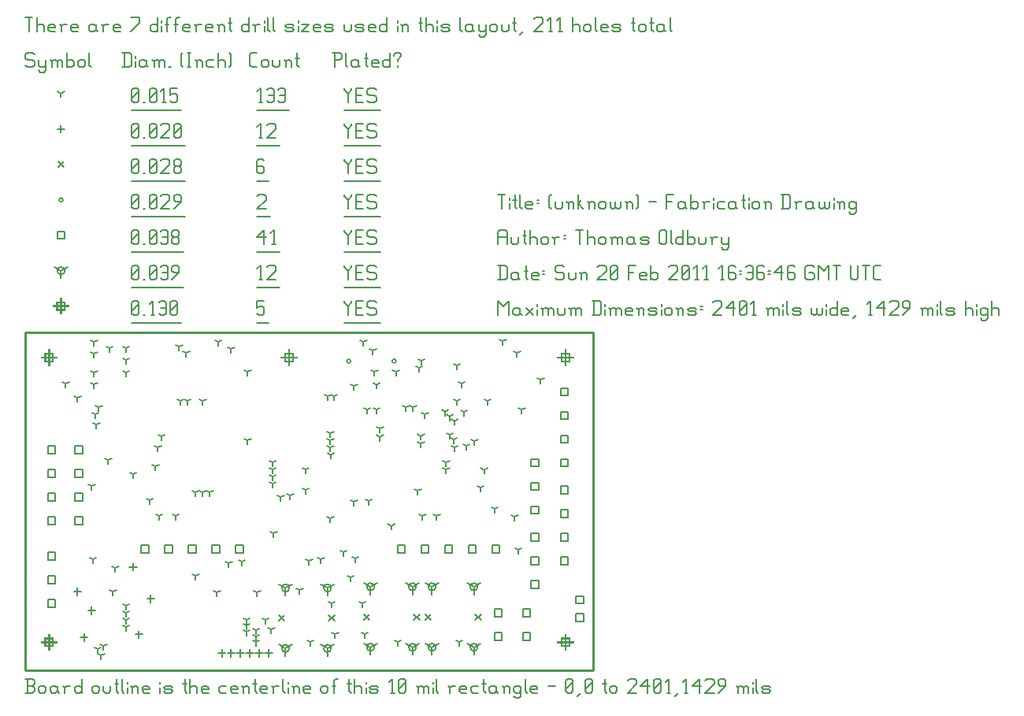
<source format=gbr>
G04 start of page 11 for group -3984 idx -3984 *
G04 Title: (unknown), fab *
G04 Creator: pcb 20091103 *
G04 CreationDate: Sun 20 Feb 2011 16:36:46 GMT UTC *
G04 For: thomas *
G04 Format: Gerber/RS-274X *
G04 PCB-Dimensions: 240157 142913 *
G04 PCB-Coordinate-Origin: lower left *
%MOIN*%
%FSLAX25Y25*%
%LNFAB*%
%ADD60C,0.0060*%
%ADD61C,0.0100*%
%ADD64R,0.0080X0.0080*%
G54D64*X10000Y15113D02*Y8713D01*
X6800Y11913D02*X13200D01*
X8400Y13513D02*X11600D01*
X8400D02*Y10313D01*
X11600D01*
Y13513D02*Y10313D01*
X10000Y135613D02*Y129213D01*
X6800Y132413D02*X13200D01*
X8400Y134013D02*X11600D01*
X8400D02*Y130813D01*
X11600D01*
Y134013D02*Y130813D01*
X228500Y15113D02*Y8713D01*
X225300Y11913D02*X231700D01*
X226900Y13513D02*X230100D01*
X226900D02*Y10313D01*
X230100D01*
Y13513D02*Y10313D01*
X228500Y135613D02*Y129213D01*
X225300Y132413D02*X231700D01*
X226900Y134013D02*X230100D01*
X226900D02*Y130813D01*
X230100D01*
Y134013D02*Y130813D01*
X111500Y135613D02*Y129213D01*
X108300Y132413D02*X114700D01*
X109900Y134013D02*X113100D01*
X109900D02*Y130813D01*
X113100D01*
Y134013D02*Y130813D01*
X15000Y157363D02*Y150963D01*
X11800Y154163D02*X18200D01*
X13400Y155763D02*X16600D01*
X13400D02*Y152563D01*
X16600D01*
Y155763D02*Y152563D01*
G54D60*X135000Y156413D02*Y155663D01*
X136500Y154163D01*
X138000Y155663D01*
Y156413D02*Y155663D01*
X136500Y154163D02*Y150413D01*
X139801Y153413D02*X142051D01*
X139801Y150413D02*X142801D01*
X139801Y156413D02*Y150413D01*
Y156413D02*X142801D01*
X147603D02*X148353Y155663D01*
X145353Y156413D02*X147603D01*
X144603Y155663D02*X145353Y156413D01*
X144603Y155663D02*Y154163D01*
X145353Y153413D01*
X147603D01*
X148353Y152663D01*
Y151163D01*
X147603Y150413D02*X148353Y151163D01*
X145353Y150413D02*X147603D01*
X144603Y151163D02*X145353Y150413D01*
X135000Y147162D02*X150154D01*
X98000Y156413D02*X101000D01*
X98000D02*Y153413D01*
X98750Y154163D01*
X100250D01*
X101000Y153413D01*
Y151163D01*
X100250Y150413D02*X101000Y151163D01*
X98750Y150413D02*X100250D01*
X98000Y151163D02*X98750Y150413D01*
X98000Y147162D02*X102801D01*
X45000Y151163D02*X45750Y150413D01*
X45000Y155663D02*Y151163D01*
Y155663D02*X45750Y156413D01*
X47250D01*
X48000Y155663D01*
Y151163D01*
X47250Y150413D02*X48000Y151163D01*
X45750Y150413D02*X47250D01*
X45000Y151913D02*X48000Y154913D01*
X49801Y150413D02*X50551D01*
X53103D02*X54603D01*
X53853Y156413D02*Y150413D01*
X52353Y154913D02*X53853Y156413D01*
X56404Y155663D02*X57154Y156413D01*
X58654D01*
X59404Y155663D01*
Y151163D01*
X58654Y150413D02*X59404Y151163D01*
X57154Y150413D02*X58654D01*
X56404Y151163D02*X57154Y150413D01*
Y153413D02*X59404D01*
X61206Y151163D02*X61956Y150413D01*
X61206Y155663D02*Y151163D01*
Y155663D02*X61956Y156413D01*
X63456D01*
X64206Y155663D01*
Y151163D01*
X63456Y150413D02*X64206Y151163D01*
X61956Y150413D02*X63456D01*
X61206Y151913D02*X64206Y154913D01*
X45000Y147162D02*X66007D01*
X127716Y9323D02*Y6123D01*
Y9323D02*X130489Y10923D01*
X127716Y9323D02*X124943Y10923D01*
X126116Y9323D02*G75*G03X129316Y9323I1600J0D01*G01*
G75*G03X126116Y9323I-1600J0D01*G01*
X127716Y34913D02*Y31713D01*
Y34913D02*X130489Y36513D01*
X127716Y34913D02*X124943Y36513D01*
X126116Y34913D02*G75*G03X129316Y34913I1600J0D01*G01*
G75*G03X126116Y34913I-1600J0D01*G01*
X110000Y9323D02*Y6123D01*
Y9323D02*X112773Y10923D01*
X110000Y9323D02*X107227Y10923D01*
X108400Y9323D02*G75*G03X111600Y9323I1600J0D01*G01*
G75*G03X108400Y9323I-1600J0D01*G01*
X110000Y34913D02*Y31713D01*
Y34913D02*X112773Y36513D01*
X110000Y34913D02*X107227Y36513D01*
X108400Y34913D02*G75*G03X111600Y34913I1600J0D01*G01*
G75*G03X108400Y34913I-1600J0D01*G01*
X163716Y9823D02*Y6623D01*
Y9823D02*X166489Y11423D01*
X163716Y9823D02*X160943Y11423D01*
X162116Y9823D02*G75*G03X165316Y9823I1600J0D01*G01*
G75*G03X162116Y9823I-1600J0D01*G01*
X163716Y35413D02*Y32213D01*
Y35413D02*X166489Y37013D01*
X163716Y35413D02*X160943Y37013D01*
X162116Y35413D02*G75*G03X165316Y35413I1600J0D01*G01*
G75*G03X162116Y35413I-1600J0D01*G01*
X146000Y9823D02*Y6623D01*
Y9823D02*X148773Y11423D01*
X146000Y9823D02*X143227Y11423D01*
X144400Y9823D02*G75*G03X147600Y9823I1600J0D01*G01*
G75*G03X144400Y9823I-1600J0D01*G01*
X146000Y35413D02*Y32213D01*
Y35413D02*X148773Y37013D01*
X146000Y35413D02*X143227Y37013D01*
X144400Y35413D02*G75*G03X147600Y35413I1600J0D01*G01*
G75*G03X144400Y35413I-1600J0D01*G01*
X189716Y9823D02*Y6623D01*
Y9823D02*X192489Y11423D01*
X189716Y9823D02*X186943Y11423D01*
X188116Y9823D02*G75*G03X191316Y9823I1600J0D01*G01*
G75*G03X188116Y9823I-1600J0D01*G01*
X189716Y35413D02*Y32213D01*
Y35413D02*X192489Y37013D01*
X189716Y35413D02*X186943Y37013D01*
X188116Y35413D02*G75*G03X191316Y35413I1600J0D01*G01*
G75*G03X188116Y35413I-1600J0D01*G01*
X172000Y9823D02*Y6623D01*
Y9823D02*X174773Y11423D01*
X172000Y9823D02*X169227Y11423D01*
X170400Y9823D02*G75*G03X173600Y9823I1600J0D01*G01*
G75*G03X170400Y9823I-1600J0D01*G01*
X172000Y35413D02*Y32213D01*
Y35413D02*X174773Y37013D01*
X172000Y35413D02*X169227Y37013D01*
X170400Y35413D02*G75*G03X173600Y35413I1600J0D01*G01*
G75*G03X170400Y35413I-1600J0D01*G01*
X15000Y169163D02*Y165963D01*
Y169163D02*X17773Y170763D01*
X15000Y169163D02*X12227Y170763D01*
X13400Y169163D02*G75*G03X16600Y169163I1600J0D01*G01*
G75*G03X13400Y169163I-1600J0D01*G01*
X135000Y171413D02*Y170663D01*
X136500Y169163D01*
X138000Y170663D01*
Y171413D02*Y170663D01*
X136500Y169163D02*Y165413D01*
X139801Y168413D02*X142051D01*
X139801Y165413D02*X142801D01*
X139801Y171413D02*Y165413D01*
Y171413D02*X142801D01*
X147603D02*X148353Y170663D01*
X145353Y171413D02*X147603D01*
X144603Y170663D02*X145353Y171413D01*
X144603Y170663D02*Y169163D01*
X145353Y168413D01*
X147603D01*
X148353Y167663D01*
Y166163D01*
X147603Y165413D02*X148353Y166163D01*
X145353Y165413D02*X147603D01*
X144603Y166163D02*X145353Y165413D01*
X135000Y162162D02*X150154D01*
X98750Y165413D02*X100250D01*
X99500Y171413D02*Y165413D01*
X98000Y169913D02*X99500Y171413D01*
X102051Y170663D02*X102801Y171413D01*
X105051D01*
X105801Y170663D01*
Y169163D01*
X102051Y165413D02*X105801Y169163D01*
X102051Y165413D02*X105801D01*
X98000Y162162D02*X107603D01*
X45000Y166163D02*X45750Y165413D01*
X45000Y170663D02*Y166163D01*
Y170663D02*X45750Y171413D01*
X47250D01*
X48000Y170663D01*
Y166163D01*
X47250Y165413D02*X48000Y166163D01*
X45750Y165413D02*X47250D01*
X45000Y166913D02*X48000Y169913D01*
X49801Y165413D02*X50551D01*
X52353Y166163D02*X53103Y165413D01*
X52353Y170663D02*Y166163D01*
Y170663D02*X53103Y171413D01*
X54603D01*
X55353Y170663D01*
Y166163D01*
X54603Y165413D02*X55353Y166163D01*
X53103Y165413D02*X54603D01*
X52353Y166913D02*X55353Y169913D01*
X57154Y170663D02*X57904Y171413D01*
X59404D01*
X60154Y170663D01*
Y166163D01*
X59404Y165413D02*X60154Y166163D01*
X57904Y165413D02*X59404D01*
X57154Y166163D02*X57904Y165413D01*
Y168413D02*X60154D01*
X61956Y165413D02*X64956Y168413D01*
Y170663D02*Y168413D01*
X64206Y171413D02*X64956Y170663D01*
X62706Y171413D02*X64206D01*
X61956Y170663D02*X62706Y171413D01*
X61956Y170663D02*Y169163D01*
X62706Y168413D01*
X64956D01*
X45000Y162162D02*X66757D01*
X226400Y119513D02*X229600D01*
X226400D02*Y116313D01*
X229600D01*
Y119513D02*Y116313D01*
X226400Y109513D02*X229600D01*
X226400D02*Y106313D01*
X229600D01*
Y109513D02*Y106313D01*
X226400Y99513D02*X229600D01*
X226400D02*Y96313D01*
X229600D01*
Y99513D02*Y96313D01*
X226400Y89513D02*X229600D01*
X226400D02*Y86313D01*
X229600D01*
Y89513D02*Y86313D01*
X226400Y78013D02*X229600D01*
X226400D02*Y74813D01*
X229600D01*
Y78013D02*Y74813D01*
X226400Y68013D02*X229600D01*
X226400D02*Y64813D01*
X229600D01*
Y68013D02*Y64813D01*
X226400Y58013D02*X229600D01*
X226400D02*Y54813D01*
X229600D01*
Y58013D02*Y54813D01*
X226400Y48013D02*X229600D01*
X226400D02*Y44813D01*
X229600D01*
Y48013D02*Y44813D01*
X210400Y16013D02*X213600D01*
X210400D02*Y12813D01*
X213600D01*
Y16013D02*Y12813D01*
X210400Y26013D02*X213600D01*
X210400D02*Y22813D01*
X213600D01*
Y26013D02*Y22813D01*
X213900Y58013D02*X217100D01*
X213900D02*Y54813D01*
X217100D01*
Y58013D02*Y54813D01*
X213900Y48013D02*X217100D01*
X213900D02*Y44813D01*
X217100D01*
Y48013D02*Y44813D01*
X213900Y38013D02*X217100D01*
X213900D02*Y34813D01*
X217100D01*
Y38013D02*Y34813D01*
X213900Y89513D02*X217100D01*
X213900D02*Y86313D01*
X217100D01*
Y89513D02*Y86313D01*
X213900Y79513D02*X217100D01*
X213900D02*Y76313D01*
X217100D01*
Y79513D02*Y76313D01*
X213900Y69513D02*X217100D01*
X213900D02*Y66313D01*
X217100D01*
Y69513D02*Y66313D01*
X157400Y53013D02*X160600D01*
X157400D02*Y49813D01*
X160600D01*
Y53013D02*Y49813D01*
X167400Y53013D02*X170600D01*
X167400D02*Y49813D01*
X170600D01*
Y53013D02*Y49813D01*
X177400Y53013D02*X180600D01*
X177400D02*Y49813D01*
X180600D01*
Y53013D02*Y49813D01*
X187400Y53013D02*X190600D01*
X187400D02*Y49813D01*
X190600D01*
Y53013D02*Y49813D01*
X197400Y53013D02*X200600D01*
X197400D02*Y49813D01*
X200600D01*
Y53013D02*Y49813D01*
X198400Y16013D02*X201600D01*
X198400D02*Y12813D01*
X201600D01*
Y16013D02*Y12813D01*
X198400Y26013D02*X201600D01*
X198400D02*Y22813D01*
X201600D01*
Y26013D02*Y22813D01*
X9400Y95013D02*X12600D01*
X9400D02*Y91813D01*
X12600D01*
Y95013D02*Y91813D01*
X9400Y85013D02*X12600D01*
X9400D02*Y81813D01*
X12600D01*
Y85013D02*Y81813D01*
X9400Y75013D02*X12600D01*
X9400D02*Y71813D01*
X12600D01*
Y75013D02*Y71813D01*
X9400Y65013D02*X12600D01*
X9400D02*Y61813D01*
X12600D01*
Y65013D02*Y61813D01*
X9400Y50013D02*X12600D01*
X9400D02*Y46813D01*
X12600D01*
Y50013D02*Y46813D01*
X9400Y40013D02*X12600D01*
X9400D02*Y36813D01*
X12600D01*
Y40013D02*Y36813D01*
X9400Y30013D02*X12600D01*
X9400D02*Y26813D01*
X12600D01*
Y30013D02*Y26813D01*
X20900Y95013D02*X24100D01*
X20900D02*Y91813D01*
X24100D01*
Y95013D02*Y91813D01*
X20900Y85013D02*X24100D01*
X20900D02*Y81813D01*
X24100D01*
Y85013D02*Y81813D01*
X20900Y75013D02*X24100D01*
X20900D02*Y71813D01*
X24100D01*
Y75013D02*Y71813D01*
X20900Y65013D02*X24100D01*
X20900D02*Y61813D01*
X24100D01*
Y65013D02*Y61813D01*
X88900Y53013D02*X92100D01*
X88900D02*Y49813D01*
X92100D01*
Y53013D02*Y49813D01*
X78900Y53013D02*X82100D01*
X78900D02*Y49813D01*
X82100D01*
Y53013D02*Y49813D01*
X68900Y53013D02*X72100D01*
X68900D02*Y49813D01*
X72100D01*
Y53013D02*Y49813D01*
X58900Y53013D02*X62100D01*
X58900D02*Y49813D01*
X62100D01*
Y53013D02*Y49813D01*
X48900Y53013D02*X52100D01*
X48900D02*Y49813D01*
X52100D01*
Y53013D02*Y49813D01*
X232900Y24013D02*X236100D01*
X232900D02*Y20813D01*
X236100D01*
Y24013D02*Y20813D01*
X232900Y31513D02*X236100D01*
X232900D02*Y28313D01*
X236100D01*
Y31513D02*Y28313D01*
X13400Y185763D02*X16600D01*
X13400D02*Y182563D01*
X16600D01*
Y185763D02*Y182563D01*
X135000Y186413D02*Y185663D01*
X136500Y184163D01*
X138000Y185663D01*
Y186413D02*Y185663D01*
X136500Y184163D02*Y180413D01*
X139801Y183413D02*X142051D01*
X139801Y180413D02*X142801D01*
X139801Y186413D02*Y180413D01*
Y186413D02*X142801D01*
X147603D02*X148353Y185663D01*
X145353Y186413D02*X147603D01*
X144603Y185663D02*X145353Y186413D01*
X144603Y185663D02*Y184163D01*
X145353Y183413D01*
X147603D01*
X148353Y182663D01*
Y181163D01*
X147603Y180413D02*X148353Y181163D01*
X145353Y180413D02*X147603D01*
X144603Y181163D02*X145353Y180413D01*
X135000Y177162D02*X150154D01*
X98000Y183413D02*X101000Y186413D01*
X98000Y183413D02*X101750D01*
X101000Y186413D02*Y180413D01*
X104301D02*X105801D01*
X105051Y186413D02*Y180413D01*
X103551Y184913D02*X105051Y186413D01*
X98000Y177162D02*X107603D01*
X45000Y181163D02*X45750Y180413D01*
X45000Y185663D02*Y181163D01*
Y185663D02*X45750Y186413D01*
X47250D01*
X48000Y185663D01*
Y181163D01*
X47250Y180413D02*X48000Y181163D01*
X45750Y180413D02*X47250D01*
X45000Y181913D02*X48000Y184913D01*
X49801Y180413D02*X50551D01*
X52353Y181163D02*X53103Y180413D01*
X52353Y185663D02*Y181163D01*
Y185663D02*X53103Y186413D01*
X54603D01*
X55353Y185663D01*
Y181163D01*
X54603Y180413D02*X55353Y181163D01*
X53103Y180413D02*X54603D01*
X52353Y181913D02*X55353Y184913D01*
X57154Y185663D02*X57904Y186413D01*
X59404D01*
X60154Y185663D01*
Y181163D01*
X59404Y180413D02*X60154Y181163D01*
X57904Y180413D02*X59404D01*
X57154Y181163D02*X57904Y180413D01*
Y183413D02*X60154D01*
X61956Y181163D02*X62706Y180413D01*
X61956Y182663D02*Y181163D01*
Y182663D02*X62706Y183413D01*
X64206D01*
X64956Y182663D01*
Y181163D01*
X64206Y180413D02*X64956Y181163D01*
X62706Y180413D02*X64206D01*
X61956Y184163D02*X62706Y183413D01*
X61956Y185663D02*Y184163D01*
Y185663D02*X62706Y186413D01*
X64206D01*
X64956Y185663D01*
Y184163D01*
X64206Y183413D02*X64956Y184163D01*
X45000Y177162D02*X66757D01*
X155200Y130913D02*G75*G03X156800Y130913I800J0D01*G01*
G75*G03X155200Y130913I-800J0D01*G01*
X135988D02*G75*G03X137588Y130913I800J0D01*G01*
G75*G03X135988Y130913I-800J0D01*G01*
X14200Y199163D02*G75*G03X15800Y199163I800J0D01*G01*
G75*G03X14200Y199163I-800J0D01*G01*
X135000Y201413D02*Y200663D01*
X136500Y199163D01*
X138000Y200663D01*
Y201413D02*Y200663D01*
X136500Y199163D02*Y195413D01*
X139801Y198413D02*X142051D01*
X139801Y195413D02*X142801D01*
X139801Y201413D02*Y195413D01*
Y201413D02*X142801D01*
X147603D02*X148353Y200663D01*
X145353Y201413D02*X147603D01*
X144603Y200663D02*X145353Y201413D01*
X144603Y200663D02*Y199163D01*
X145353Y198413D01*
X147603D01*
X148353Y197663D01*
Y196163D01*
X147603Y195413D02*X148353Y196163D01*
X145353Y195413D02*X147603D01*
X144603Y196163D02*X145353Y195413D01*
X135000Y192162D02*X150154D01*
X98000Y200663D02*X98750Y201413D01*
X101000D01*
X101750Y200663D01*
Y199163D01*
X98000Y195413D02*X101750Y199163D01*
X98000Y195413D02*X101750D01*
X98000Y192162D02*X103551D01*
X45000Y196163D02*X45750Y195413D01*
X45000Y200663D02*Y196163D01*
Y200663D02*X45750Y201413D01*
X47250D01*
X48000Y200663D01*
Y196163D01*
X47250Y195413D02*X48000Y196163D01*
X45750Y195413D02*X47250D01*
X45000Y196913D02*X48000Y199913D01*
X49801Y195413D02*X50551D01*
X52353Y196163D02*X53103Y195413D01*
X52353Y200663D02*Y196163D01*
Y200663D02*X53103Y201413D01*
X54603D01*
X55353Y200663D01*
Y196163D01*
X54603Y195413D02*X55353Y196163D01*
X53103Y195413D02*X54603D01*
X52353Y196913D02*X55353Y199913D01*
X57154Y200663D02*X57904Y201413D01*
X60154D01*
X60904Y200663D01*
Y199163D01*
X57154Y195413D02*X60904Y199163D01*
X57154Y195413D02*X60904D01*
X62706D02*X65706Y198413D01*
Y200663D02*Y198413D01*
X64956Y201413D02*X65706Y200663D01*
X63456Y201413D02*X64956D01*
X62706Y200663D02*X63456Y201413D01*
X62706Y200663D02*Y199163D01*
X63456Y198413D01*
X65706D01*
X45000Y192162D02*X67507D01*
X107028Y23318D02*X109428Y20918D01*
X107028D02*X109428Y23318D01*
X128288D02*X130688Y20918D01*
X128288D02*X130688Y23318D01*
X143028Y23818D02*X145428Y21418D01*
X143028D02*X145428Y23818D01*
X164288D02*X166688Y21418D01*
X164288D02*X166688Y23818D01*
X169028D02*X171428Y21418D01*
X169028D02*X171428Y23818D01*
X190288D02*X192688Y21418D01*
X190288D02*X192688Y23818D01*
X13800Y215363D02*X16200Y212963D01*
X13800D02*X16200Y215363D01*
X135000Y216413D02*Y215663D01*
X136500Y214163D01*
X138000Y215663D01*
Y216413D02*Y215663D01*
X136500Y214163D02*Y210413D01*
X139801Y213413D02*X142051D01*
X139801Y210413D02*X142801D01*
X139801Y216413D02*Y210413D01*
Y216413D02*X142801D01*
X147603D02*X148353Y215663D01*
X145353Y216413D02*X147603D01*
X144603Y215663D02*X145353Y216413D01*
X144603Y215663D02*Y214163D01*
X145353Y213413D01*
X147603D01*
X148353Y212663D01*
Y211163D01*
X147603Y210413D02*X148353Y211163D01*
X145353Y210413D02*X147603D01*
X144603Y211163D02*X145353Y210413D01*
X135000Y207162D02*X150154D01*
X100250Y216413D02*X101000Y215663D01*
X98750Y216413D02*X100250D01*
X98000Y215663D02*X98750Y216413D01*
X98000Y215663D02*Y211163D01*
X98750Y210413D01*
X100250Y213413D02*X101000Y212663D01*
X98000Y213413D02*X100250D01*
X98750Y210413D02*X100250D01*
X101000Y211163D01*
Y212663D02*Y211163D01*
X98000Y207162D02*X102801D01*
X45000Y211163D02*X45750Y210413D01*
X45000Y215663D02*Y211163D01*
Y215663D02*X45750Y216413D01*
X47250D01*
X48000Y215663D01*
Y211163D01*
X47250Y210413D02*X48000Y211163D01*
X45750Y210413D02*X47250D01*
X45000Y211913D02*X48000Y214913D01*
X49801Y210413D02*X50551D01*
X52353Y211163D02*X53103Y210413D01*
X52353Y215663D02*Y211163D01*
Y215663D02*X53103Y216413D01*
X54603D01*
X55353Y215663D01*
Y211163D01*
X54603Y210413D02*X55353Y211163D01*
X53103Y210413D02*X54603D01*
X52353Y211913D02*X55353Y214913D01*
X57154Y215663D02*X57904Y216413D01*
X60154D01*
X60904Y215663D01*
Y214163D01*
X57154Y210413D02*X60904Y214163D01*
X57154Y210413D02*X60904D01*
X62706Y211163D02*X63456Y210413D01*
X62706Y212663D02*Y211163D01*
Y212663D02*X63456Y213413D01*
X64956D01*
X65706Y212663D01*
Y211163D01*
X64956Y210413D02*X65706Y211163D01*
X63456Y210413D02*X64956D01*
X62706Y214163D02*X63456Y213413D01*
X62706Y215663D02*Y214163D01*
Y215663D02*X63456Y216413D01*
X64956D01*
X65706Y215663D01*
Y214163D01*
X64956Y213413D02*X65706Y214163D01*
X45000Y207162D02*X67507D01*
X28000Y27013D02*Y23813D01*
X26400Y25413D02*X29600D01*
X87008Y9080D02*Y5880D01*
X85408Y7480D02*X88608D01*
X47969Y16879D02*Y13679D01*
X46369Y15279D02*X49569D01*
X24740Y15699D02*Y12499D01*
X23140Y14099D02*X26340D01*
X22000Y35013D02*Y31813D01*
X20400Y33413D02*X23600D01*
X90945Y9080D02*Y5880D01*
X89345Y7480D02*X92545D01*
X53000Y32013D02*Y28813D01*
X51400Y30413D02*X54600D01*
X45543Y45470D02*Y42270D01*
X43943Y43870D02*X47143D01*
X83071Y9080D02*Y5880D01*
X81471Y7480D02*X84671D01*
X94882Y9080D02*Y5880D01*
X93282Y7480D02*X96482D01*
X98819Y9080D02*Y5880D01*
X97219Y7480D02*X100419D01*
X102756Y9080D02*Y5880D01*
X101156Y7480D02*X104356D01*
X15000Y230763D02*Y227563D01*
X13400Y229163D02*X16600D01*
X135000Y231413D02*Y230663D01*
X136500Y229163D01*
X138000Y230663D01*
Y231413D02*Y230663D01*
X136500Y229163D02*Y225413D01*
X139801Y228413D02*X142051D01*
X139801Y225413D02*X142801D01*
X139801Y231413D02*Y225413D01*
Y231413D02*X142801D01*
X147603D02*X148353Y230663D01*
X145353Y231413D02*X147603D01*
X144603Y230663D02*X145353Y231413D01*
X144603Y230663D02*Y229163D01*
X145353Y228413D01*
X147603D01*
X148353Y227663D01*
Y226163D01*
X147603Y225413D02*X148353Y226163D01*
X145353Y225413D02*X147603D01*
X144603Y226163D02*X145353Y225413D01*
X135000Y222162D02*X150154D01*
X98750Y225413D02*X100250D01*
X99500Y231413D02*Y225413D01*
X98000Y229913D02*X99500Y231413D01*
X102051Y230663D02*X102801Y231413D01*
X105051D01*
X105801Y230663D01*
Y229163D01*
X102051Y225413D02*X105801Y229163D01*
X102051Y225413D02*X105801D01*
X98000Y222162D02*X107603D01*
X45000Y226163D02*X45750Y225413D01*
X45000Y230663D02*Y226163D01*
Y230663D02*X45750Y231413D01*
X47250D01*
X48000Y230663D01*
Y226163D01*
X47250Y225413D02*X48000Y226163D01*
X45750Y225413D02*X47250D01*
X45000Y226913D02*X48000Y229913D01*
X49801Y225413D02*X50551D01*
X52353Y226163D02*X53103Y225413D01*
X52353Y230663D02*Y226163D01*
Y230663D02*X53103Y231413D01*
X54603D01*
X55353Y230663D01*
Y226163D01*
X54603Y225413D02*X55353Y226163D01*
X53103Y225413D02*X54603D01*
X52353Y226913D02*X55353Y229913D01*
X57154Y230663D02*X57904Y231413D01*
X60154D01*
X60904Y230663D01*
Y229163D01*
X57154Y225413D02*X60904Y229163D01*
X57154Y225413D02*X60904D01*
X62706Y226163D02*X63456Y225413D01*
X62706Y230663D02*Y226163D01*
Y230663D02*X63456Y231413D01*
X64956D01*
X65706Y230663D01*
Y226163D01*
X64956Y225413D02*X65706Y226163D01*
X63456Y225413D02*X64956D01*
X62706Y226913D02*X65706Y229913D01*
X45000Y222162D02*X67507D01*
X29000Y125913D02*Y124313D01*
Y125913D02*X30386Y126713D01*
X29000Y125913D02*X27614Y126713D01*
X29000Y120913D02*Y119313D01*
Y120913D02*X30386Y121713D01*
X29000Y120913D02*X27614Y121713D01*
X37000Y33413D02*Y31813D01*
Y33413D02*X38386Y34213D01*
X37000Y33413D02*X35614Y34213D01*
X33000Y10413D02*Y8813D01*
Y10413D02*X34386Y11213D01*
X33000Y10413D02*X31614Y11213D01*
X30500Y8913D02*Y7313D01*
Y8913D02*X31886Y9713D01*
X30500Y8913D02*X29114Y9713D01*
X28500Y46913D02*Y45313D01*
Y46913D02*X29886Y47713D01*
X28500Y46913D02*X27114Y47713D01*
X182500Y113913D02*Y112313D01*
Y113913D02*X183886Y114713D01*
X182500Y113913D02*X181114Y114713D01*
X32000Y6413D02*Y4813D01*
Y6413D02*X33386Y7213D01*
X32000Y6413D02*X30614Y7213D01*
X42500Y24413D02*Y22813D01*
Y24413D02*X43886Y25213D01*
X42500Y24413D02*X41114Y25213D01*
X42500Y21413D02*Y19813D01*
Y21413D02*X43886Y22213D01*
X42500Y21413D02*X41114Y22213D01*
X42500Y18413D02*Y16813D01*
Y18413D02*X43886Y19213D01*
X42500Y18413D02*X41114Y19213D01*
X42500Y27413D02*Y25813D01*
Y27413D02*X43886Y28213D01*
X42500Y27413D02*X41114Y28213D01*
X75000Y113913D02*Y112313D01*
Y113913D02*X76386Y114713D01*
X75000Y113913D02*X73614Y114713D01*
X56000Y94413D02*Y92813D01*
Y94413D02*X57386Y95213D01*
X56000Y94413D02*X54614Y95213D01*
X94000Y97413D02*Y95813D01*
Y97413D02*X95386Y98213D01*
X94000Y97413D02*X92614Y98213D01*
X75000Y75413D02*Y73813D01*
Y75413D02*X76386Y76213D01*
X75000Y75413D02*X73614Y76213D01*
X29500Y108413D02*Y106813D01*
Y108413D02*X30886Y109213D01*
X29500Y108413D02*X28114Y109213D01*
X38000Y43413D02*Y41813D01*
Y43413D02*X39386Y44213D01*
X38000Y43413D02*X36614Y44213D01*
X35500Y136413D02*Y134813D01*
Y136413D02*X36886Y137213D01*
X35500Y136413D02*X34114Y137213D01*
X17000Y121413D02*Y119813D01*
Y121413D02*X18386Y122213D01*
X17000Y121413D02*X15614Y122213D01*
X42500Y125913D02*Y124313D01*
Y125913D02*X43886Y126713D01*
X42500Y125913D02*X41114Y126713D01*
X42500Y131413D02*Y129813D01*
Y131413D02*X43886Y132213D01*
X42500Y131413D02*X41114Y132213D01*
X65500Y113913D02*Y112313D01*
Y113913D02*X66886Y114713D01*
X65500Y113913D02*X64114Y114713D01*
X68500Y113913D02*Y112313D01*
Y113913D02*X69886Y114713D01*
X68500Y113913D02*X67114Y114713D01*
X29000Y133913D02*Y132313D01*
Y133913D02*X30386Y134713D01*
X29000Y133913D02*X27614Y134713D01*
X22000Y115413D02*Y113813D01*
Y115413D02*X23386Y116213D01*
X22000Y115413D02*X20614Y116213D01*
X30000Y103913D02*Y102313D01*
Y103913D02*X31386Y104713D01*
X30000Y103913D02*X28614Y104713D01*
X31000Y111413D02*Y109813D01*
Y111413D02*X32386Y112213D01*
X31000Y111413D02*X29614Y112213D01*
X35000Y88913D02*Y87313D01*
Y88913D02*X36386Y89713D01*
X35000Y88913D02*X33614Y89713D01*
X55000Y86413D02*Y84813D01*
Y86413D02*X56386Y87213D01*
X55000Y86413D02*X53614Y87213D01*
X45500Y82913D02*Y81313D01*
Y82913D02*X46886Y83713D01*
X45500Y82913D02*X44114Y83713D01*
X28000Y77913D02*Y76313D01*
Y77913D02*X29386Y78713D01*
X28000Y77913D02*X26614Y78713D01*
X29000Y138913D02*Y137313D01*
Y138913D02*X30386Y139713D01*
X29000Y138913D02*X27614Y139713D01*
X87000Y135913D02*Y134313D01*
Y135913D02*X88386Y136713D01*
X87000Y135913D02*X85614Y136713D01*
X52500Y71913D02*Y70313D01*
Y71913D02*X53886Y72713D01*
X52500Y71913D02*X51114Y72713D01*
X72000Y75413D02*Y73813D01*
Y75413D02*X73386Y76213D01*
X72000Y75413D02*X70614Y76213D01*
X78000Y75413D02*Y73813D01*
Y75413D02*X79386Y76213D01*
X78000Y75413D02*X76614Y76213D01*
X56500Y65413D02*Y63813D01*
Y65413D02*X57886Y66213D01*
X56500Y65413D02*X55114Y66213D01*
X63500Y65413D02*Y63813D01*
Y65413D02*X64886Y66213D01*
X63500Y65413D02*X62114Y66213D01*
X65000Y136913D02*Y135313D01*
Y136913D02*X66386Y137713D01*
X65000Y136913D02*X63614Y137713D01*
X72000Y39913D02*Y38313D01*
Y39913D02*X73386Y40713D01*
X72000Y39913D02*X70614Y40713D01*
X42500Y136413D02*Y134813D01*
Y136413D02*X43886Y137213D01*
X42500Y136413D02*X41114Y137213D01*
X81500Y138913D02*Y137313D01*
Y138913D02*X82886Y139713D01*
X81500Y138913D02*X80114Y139713D01*
X94000Y126413D02*Y124813D01*
Y126413D02*X95386Y127213D01*
X94000Y126413D02*X92614Y127213D01*
X57500Y98913D02*Y97313D01*
Y98913D02*X58886Y99713D01*
X57500Y98913D02*X56114Y99713D01*
X68000Y134413D02*Y132813D01*
Y134413D02*X69386Y135213D01*
X68000Y134413D02*X66614Y135213D01*
X104500Y87913D02*Y86313D01*
Y87913D02*X105886Y88713D01*
X104500Y87913D02*X103114Y88713D01*
X104500Y84913D02*Y83313D01*
Y84913D02*X105886Y85713D01*
X104500Y84913D02*X103114Y85713D01*
X104500Y81913D02*Y80313D01*
Y81913D02*X105886Y82713D01*
X104500Y81913D02*X103114Y82713D01*
X104500Y78913D02*Y77313D01*
Y78913D02*X105886Y79713D01*
X104500Y78913D02*X103114Y79713D01*
X129000Y100413D02*Y98813D01*
Y100413D02*X130386Y101213D01*
X129000Y100413D02*X127614Y101213D01*
X129000Y97413D02*Y95813D01*
Y97413D02*X130386Y98213D01*
X129000Y97413D02*X127614Y98213D01*
X129000Y94413D02*Y92813D01*
Y94413D02*X130386Y95213D01*
X129000Y94413D02*X127614Y95213D01*
X118500Y84913D02*Y83313D01*
Y84913D02*X119886Y85713D01*
X118500Y84913D02*X117114Y85713D01*
X208000Y134413D02*Y132813D01*
Y134413D02*X209386Y135213D01*
X208000Y134413D02*X206614Y135213D01*
X195500Y113913D02*Y112313D01*
Y113913D02*X196886Y114713D01*
X195500Y113913D02*X194114Y114713D01*
X184500Y121413D02*Y119813D01*
Y121413D02*X185886Y122213D01*
X184500Y121413D02*X183114Y122213D01*
X182500Y128913D02*Y127313D01*
Y128913D02*X183886Y129713D01*
X182500Y128913D02*X181114Y129713D01*
X166000Y75913D02*Y74313D01*
Y75913D02*X167386Y76713D01*
X166000Y75913D02*X164614Y76713D01*
X169000Y108413D02*Y106813D01*
Y108413D02*X170386Y109213D01*
X169000Y108413D02*X167614Y109213D01*
X129252Y91165D02*Y89565D01*
Y91165D02*X130638Y91965D01*
X129252Y91165D02*X127866Y91965D01*
X148500Y110413D02*Y108813D01*
Y110413D02*X149886Y111213D01*
X148500Y110413D02*X147114Y111213D01*
X177559Y109448D02*Y107848D01*
Y109448D02*X178945Y110248D01*
X177559Y109448D02*X176173Y110248D01*
X128000Y115913D02*Y114313D01*
Y115913D02*X129386Y116713D01*
X128000Y115913D02*X126614Y116713D01*
X130500Y115913D02*Y114313D01*
Y115913D02*X131886Y116713D01*
X130500Y115913D02*X129114Y116713D01*
X202000Y139413D02*Y137813D01*
Y139413D02*X203386Y140213D01*
X202000Y139413D02*X200614Y140213D01*
X167500Y130913D02*Y129313D01*
Y130913D02*X168886Y131713D01*
X167500Y130913D02*X166114Y131713D01*
X148425Y120866D02*Y119266D01*
Y120866D02*X149811Y121666D01*
X148425Y120866D02*X147039Y121666D01*
X166500Y127913D02*Y126313D01*
Y127913D02*X167886Y128713D01*
X166500Y127913D02*X165114Y128713D01*
X161000Y111413D02*Y109813D01*
Y111413D02*X162386Y112213D01*
X161000Y111413D02*X159614Y112213D01*
X164000Y111413D02*Y109813D01*
Y111413D02*X165386Y112213D01*
X164000Y111413D02*X162614Y112213D01*
X210000Y110413D02*Y108813D01*
Y110413D02*X211386Y111213D01*
X210000Y110413D02*X208614Y111213D01*
X185500Y109413D02*Y107813D01*
Y109413D02*X186886Y110213D01*
X185500Y109413D02*X184114Y110213D01*
X218000Y122913D02*Y121313D01*
Y122913D02*X219386Y123713D01*
X218000Y122913D02*X216614Y123713D01*
X108000Y73413D02*Y71813D01*
Y73413D02*X109386Y74213D01*
X108000Y73413D02*X106614Y74213D01*
X147000Y135413D02*Y133813D01*
Y135413D02*X148386Y136213D01*
X147000Y135413D02*X145614Y136213D01*
X143000Y138913D02*Y137313D01*
Y138913D02*X144386Y139713D01*
X143000Y138913D02*X141614Y139713D01*
X139000Y120413D02*Y118813D01*
Y120413D02*X140386Y121213D01*
X139000Y120413D02*X137614Y121213D01*
X81000Y32913D02*Y31313D01*
Y32913D02*X82386Y33713D01*
X81000Y32913D02*X79614Y33713D01*
X91500Y45913D02*Y44313D01*
Y45913D02*X92886Y46713D01*
X91500Y45913D02*X90114Y46713D01*
X86000Y45413D02*Y43813D01*
Y45413D02*X87386Y46213D01*
X86000Y45413D02*X84614Y46213D01*
X118500Y76413D02*Y74813D01*
Y76413D02*X119886Y77213D01*
X118500Y76413D02*X117114Y77213D01*
X157500Y11913D02*Y10313D01*
Y11913D02*X158886Y12713D01*
X157500Y11913D02*X156114Y12713D01*
X181500Y94413D02*Y92813D01*
Y94413D02*X182886Y95213D01*
X181500Y94413D02*X180114Y95213D01*
X190000Y96913D02*Y95313D01*
Y96913D02*X191386Y97713D01*
X190000Y96913D02*X188614Y97713D01*
X116000Y33913D02*Y32313D01*
Y33913D02*X117386Y34713D01*
X116000Y33913D02*X114614Y34713D01*
X142500Y28413D02*Y26813D01*
Y28413D02*X143886Y29213D01*
X142500Y28413D02*X141114Y29213D01*
X120500Y11913D02*Y10313D01*
Y11913D02*X121886Y12713D01*
X120500Y11913D02*X119114Y12713D01*
X112000Y74013D02*Y72413D01*
Y74013D02*X113386Y74813D01*
X112000Y74013D02*X110614Y74813D01*
X183500Y11913D02*Y10313D01*
Y11913D02*X184886Y12713D01*
X183500Y11913D02*X182114Y12713D01*
X145248Y71661D02*Y70061D01*
Y71661D02*X146634Y72461D01*
X145248Y71661D02*X143862Y72461D01*
X154697Y61216D02*Y59616D01*
Y61216D02*X156083Y62016D01*
X154697Y61216D02*X153311Y62016D01*
X192500Y77413D02*Y75813D01*
Y77413D02*X193886Y78213D01*
X192500Y77413D02*X191114Y78213D01*
X178000Y87913D02*Y86313D01*
Y87913D02*X179386Y88713D01*
X178000Y87913D02*X176614Y88713D01*
X186500Y94913D02*Y93313D01*
Y94913D02*X187886Y95713D01*
X186500Y94913D02*X185114Y95713D01*
X178000Y84913D02*Y83313D01*
Y84913D02*X179386Y85713D01*
X178000Y84913D02*X176614Y85713D01*
X194048Y84865D02*Y83265D01*
Y84865D02*X195434Y85665D01*
X194048Y84865D02*X192662Y85665D01*
X156693Y126378D02*Y124778D01*
Y126378D02*X158079Y127178D01*
X156693Y126378D02*X155307Y127178D01*
X104000Y17413D02*Y15813D01*
Y17413D02*X105386Y18213D01*
X104000Y17413D02*X102614Y18213D01*
X131000Y15413D02*Y13813D01*
Y15413D02*X132386Y16213D01*
X131000Y15413D02*X129614Y16213D01*
X143500Y15413D02*Y13813D01*
Y15413D02*X144886Y16213D01*
X143500Y15413D02*X142114Y16213D01*
X97500Y16913D02*Y15313D01*
Y16913D02*X98886Y17713D01*
X97500Y16913D02*X96114Y17713D01*
X97500Y14413D02*Y12813D01*
Y14413D02*X98886Y15213D01*
X97500Y14413D02*X96114Y15213D01*
X97500Y11913D02*Y10313D01*
Y11913D02*X98886Y12713D01*
X97500Y11913D02*X96114Y12713D01*
X101500Y21413D02*Y19813D01*
Y21413D02*X102886Y22213D01*
X101500Y21413D02*X100114Y22213D01*
X93500Y21413D02*Y19813D01*
Y21413D02*X94886Y22213D01*
X93500Y21413D02*X92114Y22213D01*
X93500Y18913D02*Y17313D01*
Y18913D02*X94886Y19713D01*
X93500Y18913D02*X92114Y19713D01*
X93500Y16413D02*Y14813D01*
Y16413D02*X94886Y17213D01*
X93500Y16413D02*X92114Y17213D01*
X105000Y57913D02*Y56313D01*
Y57913D02*X106386Y58713D01*
X105000Y57913D02*X103614Y58713D01*
X120000Y46413D02*Y44813D01*
Y46413D02*X121386Y47213D01*
X120000Y46413D02*X118614Y47213D01*
X129000Y64413D02*Y62813D01*
Y64413D02*X130386Y65213D01*
X129000Y64413D02*X127614Y65213D01*
X98000Y32913D02*Y31313D01*
Y32913D02*X99386Y33713D01*
X98000Y32913D02*X96614Y33713D01*
X125000Y46913D02*Y45313D01*
Y46913D02*X126386Y47713D01*
X125000Y46913D02*X123614Y47713D01*
X139000Y71413D02*Y69813D01*
Y71413D02*X140386Y72213D01*
X139000Y71413D02*X137614Y72213D01*
X134500Y49913D02*Y48313D01*
Y49913D02*X135886Y50713D01*
X134500Y49913D02*X133114Y50713D01*
X129500Y28413D02*Y26813D01*
Y28413D02*X130886Y29213D01*
X129500Y28413D02*X128114Y29213D01*
X139500Y47413D02*Y45813D01*
Y47413D02*X140886Y48213D01*
X139500Y47413D02*X138114Y48213D01*
X137500Y39413D02*Y37813D01*
Y39413D02*X138886Y40213D01*
X137500Y39413D02*X136114Y40213D01*
X198500Y68413D02*Y66813D01*
Y68413D02*X199886Y69213D01*
X198500Y68413D02*X197114Y69213D01*
X168000Y65413D02*Y63813D01*
Y65413D02*X169386Y66213D01*
X168000Y65413D02*X166614Y66213D01*
X208500Y50913D02*Y49313D01*
Y50913D02*X209886Y51713D01*
X208500Y50913D02*X207114Y51713D01*
X207000Y64913D02*Y63313D01*
Y64913D02*X208386Y65713D01*
X207000Y64913D02*X205614Y65713D01*
X174000Y65413D02*Y63813D01*
Y65413D02*X175386Y66213D01*
X174000Y65413D02*X172614Y66213D01*
X147638Y126378D02*Y124778D01*
Y126378D02*X149024Y127178D01*
X147638Y126378D02*X146252Y127178D01*
X179528Y107480D02*Y105880D01*
Y107480D02*X180914Y108280D01*
X179528Y107480D02*X178142Y108280D01*
X181496Y105511D02*Y103911D01*
Y105511D02*X182882Y106311D01*
X181496Y105511D02*X180110Y106311D01*
X179528Y99606D02*Y98006D01*
Y99606D02*X180914Y100406D01*
X179528Y99606D02*X178142Y100406D01*
X181102Y97637D02*Y96037D01*
Y97637D02*X182488Y98437D01*
X181102Y97637D02*X179716Y98437D01*
X150000Y98819D02*Y97219D01*
Y98819D02*X151386Y99619D01*
X150000Y98819D02*X148614Y99619D01*
X167323Y99212D02*Y97612D01*
Y99212D02*X168709Y100012D01*
X167323Y99212D02*X165937Y100012D01*
X150000Y102362D02*Y100762D01*
Y102362D02*X151386Y103162D01*
X150000Y102362D02*X148614Y103162D01*
X167323Y96063D02*Y94463D01*
Y96063D02*X168709Y96863D01*
X167323Y96063D02*X165937Y96863D01*
X144500Y110413D02*Y108813D01*
Y110413D02*X145886Y111213D01*
X144500Y110413D02*X143114Y111213D01*
X15000Y244163D02*Y242563D01*
Y244163D02*X16386Y244963D01*
X15000Y244163D02*X13614Y244963D01*
X135000Y246413D02*Y245663D01*
X136500Y244163D01*
X138000Y245663D01*
Y246413D02*Y245663D01*
X136500Y244163D02*Y240413D01*
X139801Y243413D02*X142051D01*
X139801Y240413D02*X142801D01*
X139801Y246413D02*Y240413D01*
Y246413D02*X142801D01*
X147603D02*X148353Y245663D01*
X145353Y246413D02*X147603D01*
X144603Y245663D02*X145353Y246413D01*
X144603Y245663D02*Y244163D01*
X145353Y243413D01*
X147603D01*
X148353Y242663D01*
Y241163D01*
X147603Y240413D02*X148353Y241163D01*
X145353Y240413D02*X147603D01*
X144603Y241163D02*X145353Y240413D01*
X135000Y237162D02*X150154D01*
X98750Y240413D02*X100250D01*
X99500Y246413D02*Y240413D01*
X98000Y244913D02*X99500Y246413D01*
X102051Y245663D02*X102801Y246413D01*
X104301D01*
X105051Y245663D01*
Y241163D01*
X104301Y240413D02*X105051Y241163D01*
X102801Y240413D02*X104301D01*
X102051Y241163D02*X102801Y240413D01*
Y243413D02*X105051D01*
X106853Y245663D02*X107603Y246413D01*
X109103D01*
X109853Y245663D01*
Y241163D01*
X109103Y240413D02*X109853Y241163D01*
X107603Y240413D02*X109103D01*
X106853Y241163D02*X107603Y240413D01*
Y243413D02*X109853D01*
X98000Y237162D02*X111654D01*
X45000Y241163D02*X45750Y240413D01*
X45000Y245663D02*Y241163D01*
Y245663D02*X45750Y246413D01*
X47250D01*
X48000Y245663D01*
Y241163D01*
X47250Y240413D02*X48000Y241163D01*
X45750Y240413D02*X47250D01*
X45000Y241913D02*X48000Y244913D01*
X49801Y240413D02*X50551D01*
X52353Y241163D02*X53103Y240413D01*
X52353Y245663D02*Y241163D01*
Y245663D02*X53103Y246413D01*
X54603D01*
X55353Y245663D01*
Y241163D01*
X54603Y240413D02*X55353Y241163D01*
X53103Y240413D02*X54603D01*
X52353Y241913D02*X55353Y244913D01*
X57904Y240413D02*X59404D01*
X58654Y246413D02*Y240413D01*
X57154Y244913D02*X58654Y246413D01*
X61206D02*X64206D01*
X61206D02*Y243413D01*
X61956Y244163D01*
X63456D01*
X64206Y243413D01*
Y241163D01*
X63456Y240413D02*X64206Y241163D01*
X61956Y240413D02*X63456D01*
X61206Y241163D02*X61956Y240413D01*
X45000Y237162D02*X66007D01*
X3000Y261413D02*X3750Y260663D01*
X750Y261413D02*X3000D01*
X0Y260663D02*X750Y261413D01*
X0Y260663D02*Y259163D01*
X750Y258413D01*
X3000D01*
X3750Y257663D01*
Y256163D01*
X3000Y255413D02*X3750Y256163D01*
X750Y255413D02*X3000D01*
X0Y256163D02*X750Y255413D01*
X5551Y258413D02*Y256163D01*
X6301Y255413D01*
X8551Y258413D02*Y253913D01*
X7801Y253163D02*X8551Y253913D01*
X6301Y253163D02*X7801D01*
X5551Y253913D02*X6301Y253163D01*
Y255413D02*X7801D01*
X8551Y256163D01*
X11103Y257663D02*Y255413D01*
Y257663D02*X11853Y258413D01*
X12603D01*
X13353Y257663D01*
Y255413D01*
Y257663D02*X14103Y258413D01*
X14853D01*
X15603Y257663D01*
Y255413D01*
X10353Y258413D02*X11103Y257663D01*
X17404Y261413D02*Y255413D01*
Y256163D02*X18154Y255413D01*
X19654D01*
X20404Y256163D01*
Y257663D02*Y256163D01*
X19654Y258413D02*X20404Y257663D01*
X18154Y258413D02*X19654D01*
X17404Y257663D02*X18154Y258413D01*
X22206Y257663D02*Y256163D01*
Y257663D02*X22956Y258413D01*
X24456D01*
X25206Y257663D01*
Y256163D01*
X24456Y255413D02*X25206Y256163D01*
X22956Y255413D02*X24456D01*
X22206Y256163D02*X22956Y255413D01*
X27007Y261413D02*Y256163D01*
X27757Y255413D01*
X41750Y261413D02*Y255413D01*
X44000Y261413D02*X44750Y260663D01*
Y256163D01*
X44000Y255413D02*X44750Y256163D01*
X41000Y255413D02*X44000D01*
X41000Y261413D02*X44000D01*
X46551Y259913D02*Y259163D01*
Y257663D02*Y255413D01*
X50303Y258413D02*X51053Y257663D01*
X48803Y258413D02*X50303D01*
X48053Y257663D02*X48803Y258413D01*
X48053Y257663D02*Y256163D01*
X48803Y255413D01*
X51053Y258413D02*Y256163D01*
X51803Y255413D01*
X48803D02*X50303D01*
X51053Y256163D01*
X54354Y257663D02*Y255413D01*
Y257663D02*X55104Y258413D01*
X55854D01*
X56604Y257663D01*
Y255413D01*
Y257663D02*X57354Y258413D01*
X58104D01*
X58854Y257663D01*
Y255413D01*
X53604Y258413D02*X54354Y257663D01*
X60656Y255413D02*X61406D01*
X65907Y256163D02*X66657Y255413D01*
X65907Y260663D02*X66657Y261413D01*
X65907Y260663D02*Y256163D01*
X68459Y261413D02*X69959D01*
X69209D02*Y255413D01*
X68459D02*X69959D01*
X72510Y257663D02*Y255413D01*
Y257663D02*X73260Y258413D01*
X74010D01*
X74760Y257663D01*
Y255413D01*
X71760Y258413D02*X72510Y257663D01*
X77312Y258413D02*X79562D01*
X76562Y257663D02*X77312Y258413D01*
X76562Y257663D02*Y256163D01*
X77312Y255413D01*
X79562D01*
X81363Y261413D02*Y255413D01*
Y257663D02*X82113Y258413D01*
X83613D01*
X84363Y257663D01*
Y255413D01*
X86165Y261413D02*X86915Y260663D01*
Y256163D01*
X86165Y255413D02*X86915Y256163D01*
X95750Y255413D02*X98000D01*
X95000Y256163D02*X95750Y255413D01*
X95000Y260663D02*Y256163D01*
Y260663D02*X95750Y261413D01*
X98000D01*
X99801Y257663D02*Y256163D01*
Y257663D02*X100551Y258413D01*
X102051D01*
X102801Y257663D01*
Y256163D01*
X102051Y255413D02*X102801Y256163D01*
X100551Y255413D02*X102051D01*
X99801Y256163D02*X100551Y255413D01*
X104603Y258413D02*Y256163D01*
X105353Y255413D01*
X106853D01*
X107603Y256163D01*
Y258413D02*Y256163D01*
X110154Y257663D02*Y255413D01*
Y257663D02*X110904Y258413D01*
X111654D01*
X112404Y257663D01*
Y255413D01*
X109404Y258413D02*X110154Y257663D01*
X114956Y261413D02*Y256163D01*
X115706Y255413D01*
X114206Y259163D02*X115706D01*
X130750Y261413D02*Y255413D01*
X130000Y261413D02*X133000D01*
X133750Y260663D01*
Y259163D01*
X133000Y258413D02*X133750Y259163D01*
X130750Y258413D02*X133000D01*
X135551Y261413D02*Y256163D01*
X136301Y255413D01*
X140053Y258413D02*X140803Y257663D01*
X138553Y258413D02*X140053D01*
X137803Y257663D02*X138553Y258413D01*
X137803Y257663D02*Y256163D01*
X138553Y255413D01*
X140803Y258413D02*Y256163D01*
X141553Y255413D01*
X138553D02*X140053D01*
X140803Y256163D01*
X144104Y261413D02*Y256163D01*
X144854Y255413D01*
X143354Y259163D02*X144854D01*
X147106Y255413D02*X149356D01*
X146356Y256163D02*X147106Y255413D01*
X146356Y257663D02*Y256163D01*
Y257663D02*X147106Y258413D01*
X148606D01*
X149356Y257663D01*
X146356Y256913D02*X149356D01*
Y257663D02*Y256913D01*
X154157Y261413D02*Y255413D01*
X153407D02*X154157Y256163D01*
X151907Y255413D02*X153407D01*
X151157Y256163D02*X151907Y255413D01*
X151157Y257663D02*Y256163D01*
Y257663D02*X151907Y258413D01*
X153407D01*
X154157Y257663D01*
X157459Y258413D02*Y257663D01*
Y256163D02*Y255413D01*
X155959Y260663D02*Y259913D01*
Y260663D02*X156709Y261413D01*
X158209D01*
X158959Y260663D01*
Y259913D01*
X157459Y258413D02*X158959Y259913D01*
X0Y276413D02*X3000D01*
X1500D02*Y270413D01*
X4801Y276413D02*Y270413D01*
Y272663D02*X5551Y273413D01*
X7051D01*
X7801Y272663D01*
Y270413D01*
X10353D02*X12603D01*
X9603Y271163D02*X10353Y270413D01*
X9603Y272663D02*Y271163D01*
Y272663D02*X10353Y273413D01*
X11853D01*
X12603Y272663D01*
X9603Y271913D02*X12603D01*
Y272663D02*Y271913D01*
X15154Y272663D02*Y270413D01*
Y272663D02*X15904Y273413D01*
X17404D01*
X14404D02*X15154Y272663D01*
X19956Y270413D02*X22206D01*
X19206Y271163D02*X19956Y270413D01*
X19206Y272663D02*Y271163D01*
Y272663D02*X19956Y273413D01*
X21456D01*
X22206Y272663D01*
X19206Y271913D02*X22206D01*
Y272663D02*Y271913D01*
X28957Y273413D02*X29707Y272663D01*
X27457Y273413D02*X28957D01*
X26707Y272663D02*X27457Y273413D01*
X26707Y272663D02*Y271163D01*
X27457Y270413D01*
X29707Y273413D02*Y271163D01*
X30457Y270413D01*
X27457D02*X28957D01*
X29707Y271163D01*
X33009Y272663D02*Y270413D01*
Y272663D02*X33759Y273413D01*
X35259D01*
X32259D02*X33009Y272663D01*
X37810Y270413D02*X40060D01*
X37060Y271163D02*X37810Y270413D01*
X37060Y272663D02*Y271163D01*
Y272663D02*X37810Y273413D01*
X39310D01*
X40060Y272663D01*
X37060Y271913D02*X40060D01*
Y272663D02*Y271913D01*
X44562Y270413D02*X48312Y274163D01*
Y276413D02*Y274163D01*
X44562Y276413D02*X48312D01*
X55813D02*Y270413D01*
X55063D02*X55813Y271163D01*
X53563Y270413D02*X55063D01*
X52813Y271163D02*X53563Y270413D01*
X52813Y272663D02*Y271163D01*
Y272663D02*X53563Y273413D01*
X55063D01*
X55813Y272663D01*
X57615Y274913D02*Y274163D01*
Y272663D02*Y270413D01*
X59866Y275663D02*Y270413D01*
Y275663D02*X60616Y276413D01*
X61366D01*
X59116Y273413D02*X60616D01*
X63618Y275663D02*Y270413D01*
Y275663D02*X64368Y276413D01*
X65118D01*
X62868Y273413D02*X64368D01*
X67369Y270413D02*X69619D01*
X66619Y271163D02*X67369Y270413D01*
X66619Y272663D02*Y271163D01*
Y272663D02*X67369Y273413D01*
X68869D01*
X69619Y272663D01*
X66619Y271913D02*X69619D01*
Y272663D02*Y271913D01*
X72171Y272663D02*Y270413D01*
Y272663D02*X72921Y273413D01*
X74421D01*
X71421D02*X72171Y272663D01*
X76972Y270413D02*X79222D01*
X76222Y271163D02*X76972Y270413D01*
X76222Y272663D02*Y271163D01*
Y272663D02*X76972Y273413D01*
X78472D01*
X79222Y272663D01*
X76222Y271913D02*X79222D01*
Y272663D02*Y271913D01*
X81774Y272663D02*Y270413D01*
Y272663D02*X82524Y273413D01*
X83274D01*
X84024Y272663D01*
Y270413D01*
X81024Y273413D02*X81774Y272663D01*
X86575Y276413D02*Y271163D01*
X87325Y270413D01*
X85825Y274163D02*X87325D01*
X94527Y276413D02*Y270413D01*
X93777D02*X94527Y271163D01*
X92277Y270413D02*X93777D01*
X91527Y271163D02*X92277Y270413D01*
X91527Y272663D02*Y271163D01*
Y272663D02*X92277Y273413D01*
X93777D01*
X94527Y272663D01*
X97078D02*Y270413D01*
Y272663D02*X97828Y273413D01*
X99328D01*
X96328D02*X97078Y272663D01*
X101130Y274913D02*Y274163D01*
Y272663D02*Y270413D01*
X102631Y276413D02*Y271163D01*
X103381Y270413D01*
X104883Y276413D02*Y271163D01*
X105633Y270413D01*
X110584D02*X112834D01*
X113584Y271163D01*
X112834Y271913D02*X113584Y271163D01*
X110584Y271913D02*X112834D01*
X109834Y272663D02*X110584Y271913D01*
X109834Y272663D02*X110584Y273413D01*
X112834D01*
X113584Y272663D01*
X109834Y271163D02*X110584Y270413D01*
X115386Y274913D02*Y274163D01*
Y272663D02*Y270413D01*
X116887Y273413D02*X119887D01*
X116887Y270413D02*X119887Y273413D01*
X116887Y270413D02*X119887D01*
X122439D02*X124689D01*
X121689Y271163D02*X122439Y270413D01*
X121689Y272663D02*Y271163D01*
Y272663D02*X122439Y273413D01*
X123939D01*
X124689Y272663D01*
X121689Y271913D02*X124689D01*
Y272663D02*Y271913D01*
X127240Y270413D02*X129490D01*
X130240Y271163D01*
X129490Y271913D02*X130240Y271163D01*
X127240Y271913D02*X129490D01*
X126490Y272663D02*X127240Y271913D01*
X126490Y272663D02*X127240Y273413D01*
X129490D01*
X130240Y272663D01*
X126490Y271163D02*X127240Y270413D01*
X134742Y273413D02*Y271163D01*
X135492Y270413D01*
X136992D01*
X137742Y271163D01*
Y273413D02*Y271163D01*
X140293Y270413D02*X142543D01*
X143293Y271163D01*
X142543Y271913D02*X143293Y271163D01*
X140293Y271913D02*X142543D01*
X139543Y272663D02*X140293Y271913D01*
X139543Y272663D02*X140293Y273413D01*
X142543D01*
X143293Y272663D01*
X139543Y271163D02*X140293Y270413D01*
X145845D02*X148095D01*
X145095Y271163D02*X145845Y270413D01*
X145095Y272663D02*Y271163D01*
Y272663D02*X145845Y273413D01*
X147345D01*
X148095Y272663D01*
X145095Y271913D02*X148095D01*
Y272663D02*Y271913D01*
X152896Y276413D02*Y270413D01*
X152146D02*X152896Y271163D01*
X150646Y270413D02*X152146D01*
X149896Y271163D02*X150646Y270413D01*
X149896Y272663D02*Y271163D01*
Y272663D02*X150646Y273413D01*
X152146D01*
X152896Y272663D01*
X157398Y274913D02*Y274163D01*
Y272663D02*Y270413D01*
X159649Y272663D02*Y270413D01*
Y272663D02*X160399Y273413D01*
X161149D01*
X161899Y272663D01*
Y270413D01*
X158899Y273413D02*X159649Y272663D01*
X167151Y276413D02*Y271163D01*
X167901Y270413D01*
X166401Y274163D02*X167901D01*
X169402Y276413D02*Y270413D01*
Y272663D02*X170152Y273413D01*
X171652D01*
X172402Y272663D01*
Y270413D01*
X174204Y274913D02*Y274163D01*
Y272663D02*Y270413D01*
X176455D02*X178705D01*
X179455Y271163D01*
X178705Y271913D02*X179455Y271163D01*
X176455Y271913D02*X178705D01*
X175705Y272663D02*X176455Y271913D01*
X175705Y272663D02*X176455Y273413D01*
X178705D01*
X179455Y272663D01*
X175705Y271163D02*X176455Y270413D01*
X183957Y276413D02*Y271163D01*
X184707Y270413D01*
X188458Y273413D02*X189208Y272663D01*
X186958Y273413D02*X188458D01*
X186208Y272663D02*X186958Y273413D01*
X186208Y272663D02*Y271163D01*
X186958Y270413D01*
X189208Y273413D02*Y271163D01*
X189958Y270413D01*
X186958D02*X188458D01*
X189208Y271163D01*
X191760Y273413D02*Y271163D01*
X192510Y270413D01*
X194760Y273413D02*Y268913D01*
X194010Y268163D02*X194760Y268913D01*
X192510Y268163D02*X194010D01*
X191760Y268913D02*X192510Y268163D01*
Y270413D02*X194010D01*
X194760Y271163D01*
X196561Y272663D02*Y271163D01*
Y272663D02*X197311Y273413D01*
X198811D01*
X199561Y272663D01*
Y271163D01*
X198811Y270413D02*X199561Y271163D01*
X197311Y270413D02*X198811D01*
X196561Y271163D02*X197311Y270413D01*
X201363Y273413D02*Y271163D01*
X202113Y270413D01*
X203613D01*
X204363Y271163D01*
Y273413D02*Y271163D01*
X206914Y276413D02*Y271163D01*
X207664Y270413D01*
X206164Y274163D02*X207664D01*
X209166Y268913D02*X210666Y270413D01*
X215167Y275663D02*X215917Y276413D01*
X218167D01*
X218917Y275663D01*
Y274163D01*
X215167Y270413D02*X218917Y274163D01*
X215167Y270413D02*X218917D01*
X221469D02*X222969D01*
X222219Y276413D02*Y270413D01*
X220719Y274913D02*X222219Y276413D01*
X225520Y270413D02*X227020D01*
X226270Y276413D02*Y270413D01*
X224770Y274913D02*X226270Y276413D01*
X231522D02*Y270413D01*
Y272663D02*X232272Y273413D01*
X233772D01*
X234522Y272663D01*
Y270413D01*
X236323Y272663D02*Y271163D01*
Y272663D02*X237073Y273413D01*
X238573D01*
X239323Y272663D01*
Y271163D01*
X238573Y270413D02*X239323Y271163D01*
X237073Y270413D02*X238573D01*
X236323Y271163D02*X237073Y270413D01*
X241125Y276413D02*Y271163D01*
X241875Y270413D01*
X244126D02*X246376D01*
X243376Y271163D02*X244126Y270413D01*
X243376Y272663D02*Y271163D01*
Y272663D02*X244126Y273413D01*
X245626D01*
X246376Y272663D01*
X243376Y271913D02*X246376D01*
Y272663D02*Y271913D01*
X248928Y270413D02*X251178D01*
X251928Y271163D01*
X251178Y271913D02*X251928Y271163D01*
X248928Y271913D02*X251178D01*
X248178Y272663D02*X248928Y271913D01*
X248178Y272663D02*X248928Y273413D01*
X251178D01*
X251928Y272663D01*
X248178Y271163D02*X248928Y270413D01*
X257179Y276413D02*Y271163D01*
X257929Y270413D01*
X256429Y274163D02*X257929D01*
X259431Y272663D02*Y271163D01*
Y272663D02*X260181Y273413D01*
X261681D01*
X262431Y272663D01*
Y271163D01*
X261681Y270413D02*X262431Y271163D01*
X260181Y270413D02*X261681D01*
X259431Y271163D02*X260181Y270413D01*
X264982Y276413D02*Y271163D01*
X265732Y270413D01*
X264232Y274163D02*X265732D01*
X269484Y273413D02*X270234Y272663D01*
X267984Y273413D02*X269484D01*
X267234Y272663D02*X267984Y273413D01*
X267234Y272663D02*Y271163D01*
X267984Y270413D01*
X270234Y273413D02*Y271163D01*
X270984Y270413D01*
X267984D02*X269484D01*
X270234Y271163D01*
X272785Y276413D02*Y271163D01*
X273535Y270413D01*
G54D61*X0Y142913D02*X240157D01*
X0D02*Y0D01*
X240157Y142913D02*Y0D01*
X0D02*X240157D01*
G54D60*X200000Y156413D02*Y150413D01*
Y156413D02*X202250Y154163D01*
X204500Y156413D01*
Y150413D01*
X208551Y153413D02*X209301Y152663D01*
X207051Y153413D02*X208551D01*
X206301Y152663D02*X207051Y153413D01*
X206301Y152663D02*Y151163D01*
X207051Y150413D01*
X209301Y153413D02*Y151163D01*
X210051Y150413D01*
X207051D02*X208551D01*
X209301Y151163D01*
X211853Y153413D02*X214853Y150413D01*
X211853D02*X214853Y153413D01*
X216654Y154913D02*Y154163D01*
Y152663D02*Y150413D01*
X218906Y152663D02*Y150413D01*
Y152663D02*X219656Y153413D01*
X220406D01*
X221156Y152663D01*
Y150413D01*
Y152663D02*X221906Y153413D01*
X222656D01*
X223406Y152663D01*
Y150413D01*
X218156Y153413D02*X218906Y152663D01*
X225207Y153413D02*Y151163D01*
X225957Y150413D01*
X227457D01*
X228207Y151163D01*
Y153413D02*Y151163D01*
X230759Y152663D02*Y150413D01*
Y152663D02*X231509Y153413D01*
X232259D01*
X233009Y152663D01*
Y150413D01*
Y152663D02*X233759Y153413D01*
X234509D01*
X235259Y152663D01*
Y150413D01*
X230009Y153413D02*X230759Y152663D01*
X240510Y156413D02*Y150413D01*
X242760Y156413D02*X243510Y155663D01*
Y151163D01*
X242760Y150413D02*X243510Y151163D01*
X239760Y150413D02*X242760D01*
X239760Y156413D02*X242760D01*
X245312Y154913D02*Y154163D01*
Y152663D02*Y150413D01*
X247563Y152663D02*Y150413D01*
Y152663D02*X248313Y153413D01*
X249063D01*
X249813Y152663D01*
Y150413D01*
Y152663D02*X250563Y153413D01*
X251313D01*
X252063Y152663D01*
Y150413D01*
X246813Y153413D02*X247563Y152663D01*
X254615Y150413D02*X256865D01*
X253865Y151163D02*X254615Y150413D01*
X253865Y152663D02*Y151163D01*
Y152663D02*X254615Y153413D01*
X256115D01*
X256865Y152663D01*
X253865Y151913D02*X256865D01*
Y152663D02*Y151913D01*
X259416Y152663D02*Y150413D01*
Y152663D02*X260166Y153413D01*
X260916D01*
X261666Y152663D01*
Y150413D01*
X258666Y153413D02*X259416Y152663D01*
X264218Y150413D02*X266468D01*
X267218Y151163D01*
X266468Y151913D02*X267218Y151163D01*
X264218Y151913D02*X266468D01*
X263468Y152663D02*X264218Y151913D01*
X263468Y152663D02*X264218Y153413D01*
X266468D01*
X267218Y152663D01*
X263468Y151163D02*X264218Y150413D01*
X269019Y154913D02*Y154163D01*
Y152663D02*Y150413D01*
X270521Y152663D02*Y151163D01*
Y152663D02*X271271Y153413D01*
X272771D01*
X273521Y152663D01*
Y151163D01*
X272771Y150413D02*X273521Y151163D01*
X271271Y150413D02*X272771D01*
X270521Y151163D02*X271271Y150413D01*
X276072Y152663D02*Y150413D01*
Y152663D02*X276822Y153413D01*
X277572D01*
X278322Y152663D01*
Y150413D01*
X275322Y153413D02*X276072Y152663D01*
X280874Y150413D02*X283124D01*
X283874Y151163D01*
X283124Y151913D02*X283874Y151163D01*
X280874Y151913D02*X283124D01*
X280124Y152663D02*X280874Y151913D01*
X280124Y152663D02*X280874Y153413D01*
X283124D01*
X283874Y152663D01*
X280124Y151163D02*X280874Y150413D01*
X285675Y154163D02*X286425D01*
X285675Y152663D02*X286425D01*
X290927Y155663D02*X291677Y156413D01*
X293927D01*
X294677Y155663D01*
Y154163D01*
X290927Y150413D02*X294677Y154163D01*
X290927Y150413D02*X294677D01*
X296478Y153413D02*X299478Y156413D01*
X296478Y153413D02*X300228D01*
X299478Y156413D02*Y150413D01*
X302030Y151163D02*X302780Y150413D01*
X302030Y155663D02*Y151163D01*
Y155663D02*X302780Y156413D01*
X304280D01*
X305030Y155663D01*
Y151163D01*
X304280Y150413D02*X305030Y151163D01*
X302780Y150413D02*X304280D01*
X302030Y151913D02*X305030Y154913D01*
X307581Y150413D02*X309081D01*
X308331Y156413D02*Y150413D01*
X306831Y154913D02*X308331Y156413D01*
X314333Y152663D02*Y150413D01*
Y152663D02*X315083Y153413D01*
X315833D01*
X316583Y152663D01*
Y150413D01*
Y152663D02*X317333Y153413D01*
X318083D01*
X318833Y152663D01*
Y150413D01*
X313583Y153413D02*X314333Y152663D01*
X320634Y154913D02*Y154163D01*
Y152663D02*Y150413D01*
X322136Y156413D02*Y151163D01*
X322886Y150413D01*
X325137D02*X327387D01*
X328137Y151163D01*
X327387Y151913D02*X328137Y151163D01*
X325137Y151913D02*X327387D01*
X324387Y152663D02*X325137Y151913D01*
X324387Y152663D02*X325137Y153413D01*
X327387D01*
X328137Y152663D01*
X324387Y151163D02*X325137Y150413D01*
X332639Y153413D02*Y151163D01*
X333389Y150413D01*
X334139D01*
X334889Y151163D01*
Y153413D02*Y151163D01*
X335639Y150413D01*
X336389D01*
X337139Y151163D01*
Y153413D02*Y151163D01*
X338940Y154913D02*Y154163D01*
Y152663D02*Y150413D01*
X343442Y156413D02*Y150413D01*
X342692D02*X343442Y151163D01*
X341192Y150413D02*X342692D01*
X340442Y151163D02*X341192Y150413D01*
X340442Y152663D02*Y151163D01*
Y152663D02*X341192Y153413D01*
X342692D01*
X343442Y152663D01*
X345993Y150413D02*X348243D01*
X345243Y151163D02*X345993Y150413D01*
X345243Y152663D02*Y151163D01*
Y152663D02*X345993Y153413D01*
X347493D01*
X348243Y152663D01*
X345243Y151913D02*X348243D01*
Y152663D02*Y151913D01*
X350045Y148913D02*X351545Y150413D01*
X356796D02*X358296D01*
X357546Y156413D02*Y150413D01*
X356046Y154913D02*X357546Y156413D01*
X360098Y153413D02*X363098Y156413D01*
X360098Y153413D02*X363848D01*
X363098Y156413D02*Y150413D01*
X365649Y155663D02*X366399Y156413D01*
X368649D01*
X369399Y155663D01*
Y154163D01*
X365649Y150413D02*X369399Y154163D01*
X365649Y150413D02*X369399D01*
X371201D02*X374201Y153413D01*
Y155663D02*Y153413D01*
X373451Y156413D02*X374201Y155663D01*
X371951Y156413D02*X373451D01*
X371201Y155663D02*X371951Y156413D01*
X371201Y155663D02*Y154163D01*
X371951Y153413D01*
X374201D01*
X379452Y152663D02*Y150413D01*
Y152663D02*X380202Y153413D01*
X380952D01*
X381702Y152663D01*
Y150413D01*
Y152663D02*X382452Y153413D01*
X383202D01*
X383952Y152663D01*
Y150413D01*
X378702Y153413D02*X379452Y152663D01*
X385754Y154913D02*Y154163D01*
Y152663D02*Y150413D01*
X387255Y156413D02*Y151163D01*
X388005Y150413D01*
X390257D02*X392507D01*
X393257Y151163D01*
X392507Y151913D02*X393257Y151163D01*
X390257Y151913D02*X392507D01*
X389507Y152663D02*X390257Y151913D01*
X389507Y152663D02*X390257Y153413D01*
X392507D01*
X393257Y152663D01*
X389507Y151163D02*X390257Y150413D01*
X397758Y156413D02*Y150413D01*
Y152663D02*X398508Y153413D01*
X400008D01*
X400758Y152663D01*
Y150413D01*
X402560Y154913D02*Y154163D01*
Y152663D02*Y150413D01*
X406311Y153413D02*X407061Y152663D01*
X404811Y153413D02*X406311D01*
X404061Y152663D02*X404811Y153413D01*
X404061Y152663D02*Y151163D01*
X404811Y150413D01*
X406311D01*
X407061Y151163D01*
X404061Y148913D02*X404811Y148163D01*
X406311D01*
X407061Y148913D01*
Y153413D02*Y148913D01*
X408863Y156413D02*Y150413D01*
Y152663D02*X409613Y153413D01*
X411113D01*
X411863Y152663D01*
Y150413D01*
X0Y-9500D02*X3000D01*
X3750Y-8750D01*
Y-7250D02*Y-8750D01*
X3000Y-6500D02*X3750Y-7250D01*
X750Y-6500D02*X3000D01*
X750Y-3500D02*Y-9500D01*
X0Y-3500D02*X3000D01*
X3750Y-4250D01*
Y-5750D01*
X3000Y-6500D02*X3750Y-5750D01*
X5551Y-7250D02*Y-8750D01*
Y-7250D02*X6301Y-6500D01*
X7801D01*
X8551Y-7250D01*
Y-8750D01*
X7801Y-9500D02*X8551Y-8750D01*
X6301Y-9500D02*X7801D01*
X5551Y-8750D02*X6301Y-9500D01*
X12603Y-6500D02*X13353Y-7250D01*
X11103Y-6500D02*X12603D01*
X10353Y-7250D02*X11103Y-6500D01*
X10353Y-7250D02*Y-8750D01*
X11103Y-9500D01*
X13353Y-6500D02*Y-8750D01*
X14103Y-9500D01*
X11103D02*X12603D01*
X13353Y-8750D01*
X16654Y-7250D02*Y-9500D01*
Y-7250D02*X17404Y-6500D01*
X18904D01*
X15904D02*X16654Y-7250D01*
X23706Y-3500D02*Y-9500D01*
X22956D02*X23706Y-8750D01*
X21456Y-9500D02*X22956D01*
X20706Y-8750D02*X21456Y-9500D01*
X20706Y-7250D02*Y-8750D01*
Y-7250D02*X21456Y-6500D01*
X22956D01*
X23706Y-7250D01*
X28207D02*Y-8750D01*
Y-7250D02*X28957Y-6500D01*
X30457D01*
X31207Y-7250D01*
Y-8750D01*
X30457Y-9500D02*X31207Y-8750D01*
X28957Y-9500D02*X30457D01*
X28207Y-8750D02*X28957Y-9500D01*
X33009Y-6500D02*Y-8750D01*
X33759Y-9500D01*
X35259D01*
X36009Y-8750D01*
Y-6500D02*Y-8750D01*
X38560Y-3500D02*Y-8750D01*
X39310Y-9500D01*
X37810Y-5750D02*X39310D01*
X40812Y-3500D02*Y-8750D01*
X41562Y-9500D01*
X43063Y-5000D02*Y-5750D01*
Y-7250D02*Y-9500D01*
X45315Y-7250D02*Y-9500D01*
Y-7250D02*X46065Y-6500D01*
X46815D01*
X47565Y-7250D01*
Y-9500D01*
X44565Y-6500D02*X45315Y-7250D01*
X50116Y-9500D02*X52366D01*
X49366Y-8750D02*X50116Y-9500D01*
X49366Y-7250D02*Y-8750D01*
Y-7250D02*X50116Y-6500D01*
X51616D01*
X52366Y-7250D01*
X49366Y-8000D02*X52366D01*
Y-7250D02*Y-8000D01*
X56868Y-5000D02*Y-5750D01*
Y-7250D02*Y-9500D01*
X59119D02*X61369D01*
X62119Y-8750D01*
X61369Y-8000D02*X62119Y-8750D01*
X59119Y-8000D02*X61369D01*
X58369Y-7250D02*X59119Y-8000D01*
X58369Y-7250D02*X59119Y-6500D01*
X61369D01*
X62119Y-7250D01*
X58369Y-8750D02*X59119Y-9500D01*
X67371Y-3500D02*Y-8750D01*
X68121Y-9500D01*
X66621Y-5750D02*X68121D01*
X69622Y-3500D02*Y-9500D01*
Y-7250D02*X70372Y-6500D01*
X71872D01*
X72622Y-7250D01*
Y-9500D01*
X75174D02*X77424D01*
X74424Y-8750D02*X75174Y-9500D01*
X74424Y-7250D02*Y-8750D01*
Y-7250D02*X75174Y-6500D01*
X76674D01*
X77424Y-7250D01*
X74424Y-8000D02*X77424D01*
Y-7250D02*Y-8000D01*
X82675Y-6500D02*X84925D01*
X81925Y-7250D02*X82675Y-6500D01*
X81925Y-7250D02*Y-8750D01*
X82675Y-9500D01*
X84925D01*
X87477D02*X89727D01*
X86727Y-8750D02*X87477Y-9500D01*
X86727Y-7250D02*Y-8750D01*
Y-7250D02*X87477Y-6500D01*
X88977D01*
X89727Y-7250D01*
X86727Y-8000D02*X89727D01*
Y-7250D02*Y-8000D01*
X92278Y-7250D02*Y-9500D01*
Y-7250D02*X93028Y-6500D01*
X93778D01*
X94528Y-7250D01*
Y-9500D01*
X91528Y-6500D02*X92278Y-7250D01*
X97080Y-3500D02*Y-8750D01*
X97830Y-9500D01*
X96330Y-5750D02*X97830D01*
X100081Y-9500D02*X102331D01*
X99331Y-8750D02*X100081Y-9500D01*
X99331Y-7250D02*Y-8750D01*
Y-7250D02*X100081Y-6500D01*
X101581D01*
X102331Y-7250D01*
X99331Y-8000D02*X102331D01*
Y-7250D02*Y-8000D01*
X104883Y-7250D02*Y-9500D01*
Y-7250D02*X105633Y-6500D01*
X107133D01*
X104133D02*X104883Y-7250D01*
X108934Y-3500D02*Y-8750D01*
X109684Y-9500D01*
X111186Y-5000D02*Y-5750D01*
Y-7250D02*Y-9500D01*
X113437Y-7250D02*Y-9500D01*
Y-7250D02*X114187Y-6500D01*
X114937D01*
X115687Y-7250D01*
Y-9500D01*
X112687Y-6500D02*X113437Y-7250D01*
X118239Y-9500D02*X120489D01*
X117489Y-8750D02*X118239Y-9500D01*
X117489Y-7250D02*Y-8750D01*
Y-7250D02*X118239Y-6500D01*
X119739D01*
X120489Y-7250D01*
X117489Y-8000D02*X120489D01*
Y-7250D02*Y-8000D01*
X124990Y-7250D02*Y-8750D01*
Y-7250D02*X125740Y-6500D01*
X127240D01*
X127990Y-7250D01*
Y-8750D01*
X127240Y-9500D02*X127990Y-8750D01*
X125740Y-9500D02*X127240D01*
X124990Y-8750D02*X125740Y-9500D01*
X130542Y-4250D02*Y-9500D01*
Y-4250D02*X131292Y-3500D01*
X132042D01*
X129792Y-6500D02*X131292D01*
X136993Y-3500D02*Y-8750D01*
X137743Y-9500D01*
X136243Y-5750D02*X137743D01*
X139245Y-3500D02*Y-9500D01*
Y-7250D02*X139995Y-6500D01*
X141495D01*
X142245Y-7250D01*
Y-9500D01*
X144046Y-5000D02*Y-5750D01*
Y-7250D02*Y-9500D01*
X146298D02*X148548D01*
X149298Y-8750D01*
X148548Y-8000D02*X149298Y-8750D01*
X146298Y-8000D02*X148548D01*
X145548Y-7250D02*X146298Y-8000D01*
X145548Y-7250D02*X146298Y-6500D01*
X148548D01*
X149298Y-7250D01*
X145548Y-8750D02*X146298Y-9500D01*
X154549D02*X156049D01*
X155299Y-3500D02*Y-9500D01*
X153799Y-5000D02*X155299Y-3500D01*
X157851Y-8750D02*X158601Y-9500D01*
X157851Y-4250D02*Y-8750D01*
Y-4250D02*X158601Y-3500D01*
X160101D01*
X160851Y-4250D01*
Y-8750D01*
X160101Y-9500D02*X160851Y-8750D01*
X158601Y-9500D02*X160101D01*
X157851Y-8000D02*X160851Y-5000D01*
X166102Y-7250D02*Y-9500D01*
Y-7250D02*X166852Y-6500D01*
X167602D01*
X168352Y-7250D01*
Y-9500D01*
Y-7250D02*X169102Y-6500D01*
X169852D01*
X170602Y-7250D01*
Y-9500D01*
X165352Y-6500D02*X166102Y-7250D01*
X172404Y-5000D02*Y-5750D01*
Y-7250D02*Y-9500D01*
X173905Y-3500D02*Y-8750D01*
X174655Y-9500D01*
X179607Y-7250D02*Y-9500D01*
Y-7250D02*X180357Y-6500D01*
X181857D01*
X178857D02*X179607Y-7250D01*
X184408Y-9500D02*X186658D01*
X183658Y-8750D02*X184408Y-9500D01*
X183658Y-7250D02*Y-8750D01*
Y-7250D02*X184408Y-6500D01*
X185908D01*
X186658Y-7250D01*
X183658Y-8000D02*X186658D01*
Y-7250D02*Y-8000D01*
X189210Y-6500D02*X191460D01*
X188460Y-7250D02*X189210Y-6500D01*
X188460Y-7250D02*Y-8750D01*
X189210Y-9500D01*
X191460D01*
X194011Y-3500D02*Y-8750D01*
X194761Y-9500D01*
X193261Y-5750D02*X194761D01*
X198513Y-6500D02*X199263Y-7250D01*
X197013Y-6500D02*X198513D01*
X196263Y-7250D02*X197013Y-6500D01*
X196263Y-7250D02*Y-8750D01*
X197013Y-9500D01*
X199263Y-6500D02*Y-8750D01*
X200013Y-9500D01*
X197013D02*X198513D01*
X199263Y-8750D01*
X202564Y-7250D02*Y-9500D01*
Y-7250D02*X203314Y-6500D01*
X204064D01*
X204814Y-7250D01*
Y-9500D01*
X201814Y-6500D02*X202564Y-7250D01*
X208866Y-6500D02*X209616Y-7250D01*
X207366Y-6500D02*X208866D01*
X206616Y-7250D02*X207366Y-6500D01*
X206616Y-7250D02*Y-8750D01*
X207366Y-9500D01*
X208866D01*
X209616Y-8750D01*
X206616Y-11000D02*X207366Y-11750D01*
X208866D01*
X209616Y-11000D01*
Y-6500D02*Y-11000D01*
X211417Y-3500D02*Y-8750D01*
X212167Y-9500D01*
X214419D02*X216669D01*
X213669Y-8750D02*X214419Y-9500D01*
X213669Y-7250D02*Y-8750D01*
Y-7250D02*X214419Y-6500D01*
X215919D01*
X216669Y-7250D01*
X213669Y-8000D02*X216669D01*
Y-7250D02*Y-8000D01*
X221170Y-6500D02*X224170D01*
X228672Y-8750D02*X229422Y-9500D01*
X228672Y-4250D02*Y-8750D01*
Y-4250D02*X229422Y-3500D01*
X230922D01*
X231672Y-4250D01*
Y-8750D01*
X230922Y-9500D02*X231672Y-8750D01*
X229422Y-9500D02*X230922D01*
X228672Y-8000D02*X231672Y-5000D01*
X233473Y-11000D02*X234973Y-9500D01*
X236775Y-8750D02*X237525Y-9500D01*
X236775Y-4250D02*Y-8750D01*
Y-4250D02*X237525Y-3500D01*
X239025D01*
X239775Y-4250D01*
Y-8750D01*
X239025Y-9500D02*X239775Y-8750D01*
X237525Y-9500D02*X239025D01*
X236775Y-8000D02*X239775Y-5000D01*
X245026Y-3500D02*Y-8750D01*
X245776Y-9500D01*
X244276Y-5750D02*X245776D01*
X247278Y-7250D02*Y-8750D01*
Y-7250D02*X248028Y-6500D01*
X249528D01*
X250278Y-7250D01*
Y-8750D01*
X249528Y-9500D02*X250278Y-8750D01*
X248028Y-9500D02*X249528D01*
X247278Y-8750D02*X248028Y-9500D01*
X254779Y-4250D02*X255529Y-3500D01*
X257779D01*
X258529Y-4250D01*
Y-5750D01*
X254779Y-9500D02*X258529Y-5750D01*
X254779Y-9500D02*X258529D01*
X260331Y-6500D02*X263331Y-3500D01*
X260331Y-6500D02*X264081D01*
X263331Y-3500D02*Y-9500D01*
X265882Y-8750D02*X266632Y-9500D01*
X265882Y-4250D02*Y-8750D01*
Y-4250D02*X266632Y-3500D01*
X268132D01*
X268882Y-4250D01*
Y-8750D01*
X268132Y-9500D02*X268882Y-8750D01*
X266632Y-9500D02*X268132D01*
X265882Y-8000D02*X268882Y-5000D01*
X271434Y-9500D02*X272934D01*
X272184Y-3500D02*Y-9500D01*
X270684Y-5000D02*X272184Y-3500D01*
X274735Y-11000D02*X276235Y-9500D01*
X278787D02*X280287D01*
X279537Y-3500D02*Y-9500D01*
X278037Y-5000D02*X279537Y-3500D01*
X282088Y-6500D02*X285088Y-3500D01*
X282088Y-6500D02*X285838D01*
X285088Y-3500D02*Y-9500D01*
X287640Y-4250D02*X288390Y-3500D01*
X290640D01*
X291390Y-4250D01*
Y-5750D01*
X287640Y-9500D02*X291390Y-5750D01*
X287640Y-9500D02*X291390D01*
X293191D02*X296191Y-6500D01*
Y-4250D02*Y-6500D01*
X295441Y-3500D02*X296191Y-4250D01*
X293941Y-3500D02*X295441D01*
X293191Y-4250D02*X293941Y-3500D01*
X293191Y-4250D02*Y-5750D01*
X293941Y-6500D01*
X296191D01*
X301443Y-7250D02*Y-9500D01*
Y-7250D02*X302193Y-6500D01*
X302943D01*
X303693Y-7250D01*
Y-9500D01*
Y-7250D02*X304443Y-6500D01*
X305193D01*
X305943Y-7250D01*
Y-9500D01*
X300693Y-6500D02*X301443Y-7250D01*
X307744Y-5000D02*Y-5750D01*
Y-7250D02*Y-9500D01*
X309246Y-3500D02*Y-8750D01*
X309996Y-9500D01*
X312247D02*X314497D01*
X315247Y-8750D01*
X314497Y-8000D02*X315247Y-8750D01*
X312247Y-8000D02*X314497D01*
X311497Y-7250D02*X312247Y-8000D01*
X311497Y-7250D02*X312247Y-6500D01*
X314497D01*
X315247Y-7250D01*
X311497Y-8750D02*X312247Y-9500D01*
X200750Y171413D02*Y165413D01*
X203000Y171413D02*X203750Y170663D01*
Y166163D01*
X203000Y165413D02*X203750Y166163D01*
X200000Y165413D02*X203000D01*
X200000Y171413D02*X203000D01*
X207801Y168413D02*X208551Y167663D01*
X206301Y168413D02*X207801D01*
X205551Y167663D02*X206301Y168413D01*
X205551Y167663D02*Y166163D01*
X206301Y165413D01*
X208551Y168413D02*Y166163D01*
X209301Y165413D01*
X206301D02*X207801D01*
X208551Y166163D01*
X211853Y171413D02*Y166163D01*
X212603Y165413D01*
X211103Y169163D02*X212603D01*
X214854Y165413D02*X217104D01*
X214104Y166163D02*X214854Y165413D01*
X214104Y167663D02*Y166163D01*
Y167663D02*X214854Y168413D01*
X216354D01*
X217104Y167663D01*
X214104Y166913D02*X217104D01*
Y167663D02*Y166913D01*
X218906Y169163D02*X219656D01*
X218906Y167663D02*X219656D01*
X227157Y171413D02*X227907Y170663D01*
X224907Y171413D02*X227157D01*
X224157Y170663D02*X224907Y171413D01*
X224157Y170663D02*Y169163D01*
X224907Y168413D01*
X227157D01*
X227907Y167663D01*
Y166163D01*
X227157Y165413D02*X227907Y166163D01*
X224907Y165413D02*X227157D01*
X224157Y166163D02*X224907Y165413D01*
X229709Y168413D02*Y166163D01*
X230459Y165413D01*
X231959D01*
X232709Y166163D01*
Y168413D02*Y166163D01*
X235260Y167663D02*Y165413D01*
Y167663D02*X236010Y168413D01*
X236760D01*
X237510Y167663D01*
Y165413D01*
X234510Y168413D02*X235260Y167663D01*
X242012Y170663D02*X242762Y171413D01*
X245012D01*
X245762Y170663D01*
Y169163D01*
X242012Y165413D02*X245762Y169163D01*
X242012Y165413D02*X245762D01*
X247563Y166163D02*X248313Y165413D01*
X247563Y170663D02*Y166163D01*
Y170663D02*X248313Y171413D01*
X249813D01*
X250563Y170663D01*
Y166163D01*
X249813Y165413D02*X250563Y166163D01*
X248313Y165413D02*X249813D01*
X247563Y166913D02*X250563Y169913D01*
X255065Y171413D02*Y165413D01*
Y171413D02*X258065D01*
X255065Y168413D02*X257315D01*
X260616Y165413D02*X262866D01*
X259866Y166163D02*X260616Y165413D01*
X259866Y167663D02*Y166163D01*
Y167663D02*X260616Y168413D01*
X262116D01*
X262866Y167663D01*
X259866Y166913D02*X262866D01*
Y167663D02*Y166913D01*
X264668Y171413D02*Y165413D01*
Y166163D02*X265418Y165413D01*
X266918D01*
X267668Y166163D01*
Y167663D02*Y166163D01*
X266918Y168413D02*X267668Y167663D01*
X265418Y168413D02*X266918D01*
X264668Y167663D02*X265418Y168413D01*
X272169Y170663D02*X272919Y171413D01*
X275169D01*
X275919Y170663D01*
Y169163D01*
X272169Y165413D02*X275919Y169163D01*
X272169Y165413D02*X275919D01*
X277721Y166163D02*X278471Y165413D01*
X277721Y170663D02*Y166163D01*
Y170663D02*X278471Y171413D01*
X279971D01*
X280721Y170663D01*
Y166163D01*
X279971Y165413D02*X280721Y166163D01*
X278471Y165413D02*X279971D01*
X277721Y166913D02*X280721Y169913D01*
X283272Y165413D02*X284772D01*
X284022Y171413D02*Y165413D01*
X282522Y169913D02*X284022Y171413D01*
X287324Y165413D02*X288824D01*
X288074Y171413D02*Y165413D01*
X286574Y169913D02*X288074Y171413D01*
X294075Y165413D02*X295575D01*
X294825Y171413D02*Y165413D01*
X293325Y169913D02*X294825Y171413D01*
X299627D02*X300377Y170663D01*
X298127Y171413D02*X299627D01*
X297377Y170663D02*X298127Y171413D01*
X297377Y170663D02*Y166163D01*
X298127Y165413D01*
X299627Y168413D02*X300377Y167663D01*
X297377Y168413D02*X299627D01*
X298127Y165413D02*X299627D01*
X300377Y166163D01*
Y167663D02*Y166163D01*
X302178Y169163D02*X302928D01*
X302178Y167663D02*X302928D01*
X304730Y170663D02*X305480Y171413D01*
X306980D01*
X307730Y170663D01*
Y166163D01*
X306980Y165413D02*X307730Y166163D01*
X305480Y165413D02*X306980D01*
X304730Y166163D02*X305480Y165413D01*
Y168413D02*X307730D01*
X311781Y171413D02*X312531Y170663D01*
X310281Y171413D02*X311781D01*
X309531Y170663D02*X310281Y171413D01*
X309531Y170663D02*Y166163D01*
X310281Y165413D01*
X311781Y168413D02*X312531Y167663D01*
X309531Y168413D02*X311781D01*
X310281Y165413D02*X311781D01*
X312531Y166163D01*
Y167663D02*Y166163D01*
X314333Y169163D02*X315083D01*
X314333Y167663D02*X315083D01*
X316884Y168413D02*X319884Y171413D01*
X316884Y168413D02*X320634D01*
X319884Y171413D02*Y165413D01*
X324686Y171413D02*X325436Y170663D01*
X323186Y171413D02*X324686D01*
X322436Y170663D02*X323186Y171413D01*
X322436Y170663D02*Y166163D01*
X323186Y165413D01*
X324686Y168413D02*X325436Y167663D01*
X322436Y168413D02*X324686D01*
X323186Y165413D02*X324686D01*
X325436Y166163D01*
Y167663D02*Y166163D01*
X332937Y171413D02*X333687Y170663D01*
X330687Y171413D02*X332937D01*
X329937Y170663D02*X330687Y171413D01*
X329937Y170663D02*Y166163D01*
X330687Y165413D01*
X332937D01*
X333687Y166163D01*
Y167663D02*Y166163D01*
X332937Y168413D02*X333687Y167663D01*
X331437Y168413D02*X332937D01*
X335489Y171413D02*Y165413D01*
Y171413D02*X337739Y169163D01*
X339989Y171413D01*
Y165413D01*
X341790Y171413D02*X344790D01*
X343290D02*Y165413D01*
X349292Y171413D02*Y166163D01*
X350042Y165413D01*
X351542D01*
X352292Y166163D01*
Y171413D02*Y166163D01*
X354093Y171413D02*X357093D01*
X355593D02*Y165413D01*
X359645D02*X361895D01*
X358895Y166163D02*X359645Y165413D01*
X358895Y170663D02*Y166163D01*
Y170663D02*X359645Y171413D01*
X361895D01*
X200000Y185663D02*Y180413D01*
Y185663D02*X200750Y186413D01*
X203000D01*
X203750Y185663D01*
Y180413D01*
X200000Y183413D02*X203750D01*
X205551D02*Y181163D01*
X206301Y180413D01*
X207801D01*
X208551Y181163D01*
Y183413D02*Y181163D01*
X211103Y186413D02*Y181163D01*
X211853Y180413D01*
X210353Y184163D02*X211853D01*
X213354Y186413D02*Y180413D01*
Y182663D02*X214104Y183413D01*
X215604D01*
X216354Y182663D01*
Y180413D01*
X218156Y182663D02*Y181163D01*
Y182663D02*X218906Y183413D01*
X220406D01*
X221156Y182663D01*
Y181163D01*
X220406Y180413D02*X221156Y181163D01*
X218906Y180413D02*X220406D01*
X218156Y181163D02*X218906Y180413D01*
X223707Y182663D02*Y180413D01*
Y182663D02*X224457Y183413D01*
X225957D01*
X222957D02*X223707Y182663D01*
X227759Y184163D02*X228509D01*
X227759Y182663D02*X228509D01*
X233010Y186413D02*X236010D01*
X234510D02*Y180413D01*
X237812Y186413D02*Y180413D01*
Y182663D02*X238562Y183413D01*
X240062D01*
X240812Y182663D01*
Y180413D01*
X242613Y182663D02*Y181163D01*
Y182663D02*X243363Y183413D01*
X244863D01*
X245613Y182663D01*
Y181163D01*
X244863Y180413D02*X245613Y181163D01*
X243363Y180413D02*X244863D01*
X242613Y181163D02*X243363Y180413D01*
X248165Y182663D02*Y180413D01*
Y182663D02*X248915Y183413D01*
X249665D01*
X250415Y182663D01*
Y180413D01*
Y182663D02*X251165Y183413D01*
X251915D01*
X252665Y182663D01*
Y180413D01*
X247415Y183413D02*X248165Y182663D01*
X256716Y183413D02*X257466Y182663D01*
X255216Y183413D02*X256716D01*
X254466Y182663D02*X255216Y183413D01*
X254466Y182663D02*Y181163D01*
X255216Y180413D01*
X257466Y183413D02*Y181163D01*
X258216Y180413D01*
X255216D02*X256716D01*
X257466Y181163D01*
X260768Y180413D02*X263018D01*
X263768Y181163D01*
X263018Y181913D02*X263768Y181163D01*
X260768Y181913D02*X263018D01*
X260018Y182663D02*X260768Y181913D01*
X260018Y182663D02*X260768Y183413D01*
X263018D01*
X263768Y182663D01*
X260018Y181163D02*X260768Y180413D01*
X268269Y185663D02*Y181163D01*
Y185663D02*X269019Y186413D01*
X270519D01*
X271269Y185663D01*
Y181163D01*
X270519Y180413D02*X271269Y181163D01*
X269019Y180413D02*X270519D01*
X268269Y181163D02*X269019Y180413D01*
X273071Y186413D02*Y181163D01*
X273821Y180413D01*
X278322Y186413D02*Y180413D01*
X277572D02*X278322Y181163D01*
X276072Y180413D02*X277572D01*
X275322Y181163D02*X276072Y180413D01*
X275322Y182663D02*Y181163D01*
Y182663D02*X276072Y183413D01*
X277572D01*
X278322Y182663D01*
X280124Y186413D02*Y180413D01*
Y181163D02*X280874Y180413D01*
X282374D01*
X283124Y181163D01*
Y182663D02*Y181163D01*
X282374Y183413D02*X283124Y182663D01*
X280874Y183413D02*X282374D01*
X280124Y182663D02*X280874Y183413D01*
X284925D02*Y181163D01*
X285675Y180413D01*
X287175D01*
X287925Y181163D01*
Y183413D02*Y181163D01*
X290477Y182663D02*Y180413D01*
Y182663D02*X291227Y183413D01*
X292727D01*
X289727D02*X290477Y182663D01*
X294528Y183413D02*Y181163D01*
X295278Y180413D01*
X297528Y183413D02*Y178913D01*
X296778Y178163D02*X297528Y178913D01*
X295278Y178163D02*X296778D01*
X294528Y178913D02*X295278Y178163D01*
Y180413D02*X296778D01*
X297528Y181163D01*
X200000Y201413D02*X203000D01*
X201500D02*Y195413D01*
X204801Y199913D02*Y199163D01*
Y197663D02*Y195413D01*
X207053Y201413D02*Y196163D01*
X207803Y195413D01*
X206303Y199163D02*X207803D01*
X209304Y201413D02*Y196163D01*
X210054Y195413D01*
X212306D02*X214556D01*
X211556Y196163D02*X212306Y195413D01*
X211556Y197663D02*Y196163D01*
Y197663D02*X212306Y198413D01*
X213806D01*
X214556Y197663D01*
X211556Y196913D02*X214556D01*
Y197663D02*Y196913D01*
X216357Y199163D02*X217107D01*
X216357Y197663D02*X217107D01*
X221609Y196163D02*X222359Y195413D01*
X221609Y200663D02*X222359Y201413D01*
X221609Y200663D02*Y196163D01*
X224160Y198413D02*Y196163D01*
X224910Y195413D01*
X226410D01*
X227160Y196163D01*
Y198413D02*Y196163D01*
X229712Y197663D02*Y195413D01*
Y197663D02*X230462Y198413D01*
X231212D01*
X231962Y197663D01*
Y195413D01*
X228962Y198413D02*X229712Y197663D01*
X233763Y201413D02*Y195413D01*
Y197663D02*X236013Y195413D01*
X233763Y197663D02*X235263Y199163D01*
X238565Y197663D02*Y195413D01*
Y197663D02*X239315Y198413D01*
X240065D01*
X240815Y197663D01*
Y195413D01*
X237815Y198413D02*X238565Y197663D01*
X242616D02*Y196163D01*
Y197663D02*X243366Y198413D01*
X244866D01*
X245616Y197663D01*
Y196163D01*
X244866Y195413D02*X245616Y196163D01*
X243366Y195413D02*X244866D01*
X242616Y196163D02*X243366Y195413D01*
X247418Y198413D02*Y196163D01*
X248168Y195413D01*
X248918D01*
X249668Y196163D01*
Y198413D02*Y196163D01*
X250418Y195413D01*
X251168D01*
X251918Y196163D01*
Y198413D02*Y196163D01*
X254469Y197663D02*Y195413D01*
Y197663D02*X255219Y198413D01*
X255969D01*
X256719Y197663D01*
Y195413D01*
X253719Y198413D02*X254469Y197663D01*
X258521Y201413D02*X259271Y200663D01*
Y196163D01*
X258521Y195413D02*X259271Y196163D01*
X263772Y198413D02*X266772D01*
X271274Y201413D02*Y195413D01*
Y201413D02*X274274D01*
X271274Y198413D02*X273524D01*
X278325D02*X279075Y197663D01*
X276825Y198413D02*X278325D01*
X276075Y197663D02*X276825Y198413D01*
X276075Y197663D02*Y196163D01*
X276825Y195413D01*
X279075Y198413D02*Y196163D01*
X279825Y195413D01*
X276825D02*X278325D01*
X279075Y196163D01*
X281627Y201413D02*Y195413D01*
Y196163D02*X282377Y195413D01*
X283877D01*
X284627Y196163D01*
Y197663D02*Y196163D01*
X283877Y198413D02*X284627Y197663D01*
X282377Y198413D02*X283877D01*
X281627Y197663D02*X282377Y198413D01*
X287178Y197663D02*Y195413D01*
Y197663D02*X287928Y198413D01*
X289428D01*
X286428D02*X287178Y197663D01*
X291230Y199913D02*Y199163D01*
Y197663D02*Y195413D01*
X293481Y198413D02*X295731D01*
X292731Y197663D02*X293481Y198413D01*
X292731Y197663D02*Y196163D01*
X293481Y195413D01*
X295731D01*
X299783Y198413D02*X300533Y197663D01*
X298283Y198413D02*X299783D01*
X297533Y197663D02*X298283Y198413D01*
X297533Y197663D02*Y196163D01*
X298283Y195413D01*
X300533Y198413D02*Y196163D01*
X301283Y195413D01*
X298283D02*X299783D01*
X300533Y196163D01*
X303834Y201413D02*Y196163D01*
X304584Y195413D01*
X303084Y199163D02*X304584D01*
X306086Y199913D02*Y199163D01*
Y197663D02*Y195413D01*
X307587Y197663D02*Y196163D01*
Y197663D02*X308337Y198413D01*
X309837D01*
X310587Y197663D01*
Y196163D01*
X309837Y195413D02*X310587Y196163D01*
X308337Y195413D02*X309837D01*
X307587Y196163D02*X308337Y195413D01*
X313139Y197663D02*Y195413D01*
Y197663D02*X313889Y198413D01*
X314639D01*
X315389Y197663D01*
Y195413D01*
X312389Y198413D02*X313139Y197663D01*
X320640Y201413D02*Y195413D01*
X322890Y201413D02*X323640Y200663D01*
Y196163D01*
X322890Y195413D02*X323640Y196163D01*
X319890Y195413D02*X322890D01*
X319890Y201413D02*X322890D01*
X326192Y197663D02*Y195413D01*
Y197663D02*X326942Y198413D01*
X328442D01*
X325442D02*X326192Y197663D01*
X332493Y198413D02*X333243Y197663D01*
X330993Y198413D02*X332493D01*
X330243Y197663D02*X330993Y198413D01*
X330243Y197663D02*Y196163D01*
X330993Y195413D01*
X333243Y198413D02*Y196163D01*
X333993Y195413D01*
X330993D02*X332493D01*
X333243Y196163D01*
X335795Y198413D02*Y196163D01*
X336545Y195413D01*
X337295D01*
X338045Y196163D01*
Y198413D02*Y196163D01*
X338795Y195413D01*
X339545D01*
X340295Y196163D01*
Y198413D02*Y196163D01*
X342096Y199913D02*Y199163D01*
Y197663D02*Y195413D01*
X344348Y197663D02*Y195413D01*
Y197663D02*X345098Y198413D01*
X345848D01*
X346598Y197663D01*
Y195413D01*
X343598Y198413D02*X344348Y197663D01*
X350649Y198413D02*X351399Y197663D01*
X349149Y198413D02*X350649D01*
X348399Y197663D02*X349149Y198413D01*
X348399Y197663D02*Y196163D01*
X349149Y195413D01*
X350649D01*
X351399Y196163D01*
X348399Y193913D02*X349149Y193163D01*
X350649D01*
X351399Y193913D01*
Y198413D02*Y193913D01*
M02*

</source>
